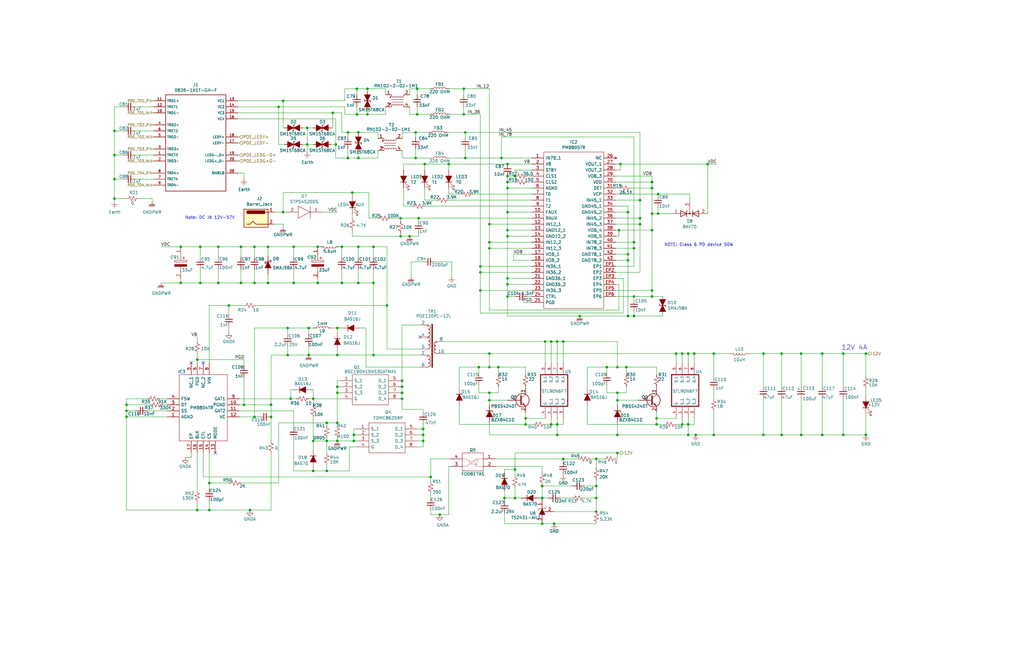
<source format=kicad_sch>
(kicad_sch (version 20200828) (generator eeschema)
  (page 3 6)
  (paper "USLedger")
  (title_block (title "AP2100-power-proto") (date "2020-10-06") (rev "1") (company "ISis ImageStream Internet Solutions, Inc."))
  (junction (at 48.26 55.245) (diameter 0.9144))
  (junction (at 48.26 65.405) (diameter 0.9144))
  (junction (at 48.26 75.565) (diameter 0.9144))
  (junction (at 48.26 83.82) (diameter 0.9144))
  (junction (at 53.34 170.815) (diameter 0.9144))
  (junction (at 53.34 173.355) (diameter 0.9144))
  (junction (at 53.34 175.895) (diameter 0.9144))
  (junction (at 76.2 104.14) (diameter 0.9144))
  (junction (at 76.2 119.38) (diameter 0.9144))
  (junction (at 83.185 151.765) (diameter 0.9144))
  (junction (at 83.185 215.265) (diameter 0.9144))
  (junction (at 84.455 104.14) (diameter 0.9144))
  (junction (at 84.455 119.38) (diameter 0.9144))
  (junction (at 88.265 203.835) (diameter 0.9144))
  (junction (at 88.265 215.265) (diameter 0.9144))
  (junction (at 92.075 104.14) (diameter 0.9144))
  (junction (at 92.075 119.38) (diameter 0.9144))
  (junction (at 96.52 128.905) (diameter 0.9144))
  (junction (at 101.6 104.14) (diameter 0.9144))
  (junction (at 101.6 119.38) (diameter 0.9144))
  (junction (at 102.87 170.815) (diameter 0.9144))
  (junction (at 105.41 215.265) (diameter 0.9144))
  (junction (at 107.315 104.14) (diameter 0.9144))
  (junction (at 107.315 119.38) (diameter 0.9144))
  (junction (at 107.315 175.895) (diameter 0.9144))
  (junction (at 113.03 104.14) (diameter 0.9144))
  (junction (at 113.03 119.38) (diameter 0.9144))
  (junction (at 114.3 170.815) (diameter 0.9144))
  (junction (at 114.3 175.895) (diameter 0.9144))
  (junction (at 117.475 45.085) (diameter 0.9144))
  (junction (at 119.38 42.545) (diameter 0.9144))
  (junction (at 119.38 89.535) (diameter 0.9144))
  (junction (at 121.285 138.43) (diameter 0.9144))
  (junction (at 121.285 149.86) (diameter 0.9144))
  (junction (at 122.555 168.275) (diameter 0.9144))
  (junction (at 123.825 104.14) (diameter 0.9144))
  (junction (at 123.825 119.38) (diameter 0.9144))
  (junction (at 129.54 53.975) (diameter 0.9144))
  (junction (at 129.54 60.96) (diameter 0.9144))
  (junction (at 130.175 138.43) (diameter 0.9144))
  (junction (at 130.175 149.86) (diameter 0.9144))
  (junction (at 132.08 168.275) (diameter 0.9144))
  (junction (at 132.08 186.055) (diameter 0.9144))
  (junction (at 132.08 198.755) (diameter 0.9144))
  (junction (at 133.985 104.14) (diameter 0.9144))
  (junction (at 133.985 119.38) (diameter 0.9144))
  (junction (at 137.795 178.435) (diameter 0.9144))
  (junction (at 137.795 186.055) (diameter 0.9144))
  (junction (at 137.795 198.755) (diameter 0.9144))
  (junction (at 140.335 47.625) (diameter 0.9144))
  (junction (at 141.605 60.96) (diameter 0.9144))
  (junction (at 142.24 138.43) (diameter 0.9144))
  (junction (at 142.24 149.86) (diameter 0.9144))
  (junction (at 142.24 163.195) (diameter 0.9144))
  (junction (at 142.24 165.735) (diameter 0.9144))
  (junction (at 142.24 178.435) (diameter 0.9144))
  (junction (at 142.24 186.055) (diameter 0.9144))
  (junction (at 144.145 104.14) (diameter 0.9144))
  (junction (at 144.145 119.38) (diameter 0.9144))
  (junction (at 146.685 55.88) (diameter 0.9144))
  (junction (at 146.685 66.675) (diameter 0.9144))
  (junction (at 148.59 81.28) (diameter 0.9144))
  (junction (at 149.225 183.515) (diameter 0.9144))
  (junction (at 149.225 186.055) (diameter 0.9144))
  (junction (at 150.495 37.465) (diameter 0.9144))
  (junction (at 150.495 48.26) (diameter 0.9144))
  (junction (at 151.13 55.88) (diameter 0.9144))
  (junction (at 151.13 66.675) (diameter 0.9144))
  (junction (at 151.13 104.14) (diameter 0.9144))
  (junction (at 151.13 119.38) (diameter 0.9144))
  (junction (at 154.94 37.465) (diameter 0.9144))
  (junction (at 154.94 48.26) (diameter 0.9144))
  (junction (at 157.48 104.14) (diameter 0.9144))
  (junction (at 157.48 119.38) (diameter 0.9144))
  (junction (at 157.48 149.86) (diameter 0.9144))
  (junction (at 163.195 128.905) (diameter 0.9144))
  (junction (at 168.91 92.075) (diameter 0.9144))
  (junction (at 168.91 99.695) (diameter 0.9144))
  (junction (at 169.545 160.655) (diameter 0.9144))
  (junction (at 169.545 163.195) (diameter 0.9144))
  (junction (at 169.545 165.735) (diameter 0.9144))
  (junction (at 169.545 168.275) (diameter 0.9144))
  (junction (at 172.72 99.695) (diameter 0.9144))
  (junction (at 175.26 55.88) (diameter 0.9144))
  (junction (at 175.26 66.675) (diameter 0.9144))
  (junction (at 175.895 37.465) (diameter 0.9144))
  (junction (at 175.895 48.26) (diameter 0.9144))
  (junction (at 176.53 92.075) (diameter 0.9144))
  (junction (at 178.435 180.975) (diameter 0.9144))
  (junction (at 178.435 183.515) (diameter 0.9144))
  (junction (at 178.435 186.055) (diameter 0.9144))
  (junction (at 179.07 69.215) (diameter 0.9144))
  (junction (at 181.61 201.295) (diameter 0.9144))
  (junction (at 185.42 217.17) (diameter 0.9144))
  (junction (at 189.23 69.215) (diameter 0.9144))
  (junction (at 195.58 37.465) (diameter 0.9144))
  (junction (at 195.58 48.26) (diameter 0.9144))
  (junction (at 196.215 55.88) (diameter 0.9144))
  (junction (at 196.215 66.675) (diameter 0.9144))
  (junction (at 201.93 154.94) (diameter 0.9144))
  (junction (at 202.565 112.395) (diameter 0.9144))
  (junction (at 202.565 114.935) (diameter 0.9144))
  (junction (at 202.565 122.555) (diameter 0.9144))
  (junction (at 206.375 94.615) (diameter 0.9144))
  (junction (at 206.375 102.235) (diameter 0.9144))
  (junction (at 206.375 104.775) (diameter 0.9144))
  (junction (at 206.375 149.225) (diameter 0.9144))
  (junction (at 206.375 154.94) (diameter 0.9144))
  (junction (at 206.375 165.735) (diameter 0.9144))
  (junction (at 206.375 168.91) (diameter 0.9144))
  (junction (at 210.185 154.94) (diameter 0.9144))
  (junction (at 211.455 66.675) (diameter 0.9144))
  (junction (at 212.725 210.185) (diameter 0.9144))
  (junction (at 213.995 69.215) (diameter 0.9144))
  (junction (at 213.995 74.295) (diameter 0.9144))
  (junction (at 213.995 76.835) (diameter 0.9144))
  (junction (at 213.995 79.375) (diameter 0.9144))
  (junction (at 213.995 89.535) (diameter 0.9144))
  (junction (at 213.995 97.155) (diameter 0.9144))
  (junction (at 213.995 99.695) (diameter 0.9144))
  (junction (at 213.995 117.475) (diameter 0.9144))
  (junction (at 213.995 120.015) (diameter 0.9144))
  (junction (at 213.995 125.095) (diameter 0.9144))
  (junction (at 217.17 74.295) (diameter 0.9144))
  (junction (at 217.17 198.12) (diameter 0.9144))
  (junction (at 217.17 210.185) (diameter 0.9144))
  (junction (at 221.615 176.53) (diameter 0.9144))
  (junction (at 221.615 179.07) (diameter 0.9144))
  (junction (at 228.6 205.105) (diameter 0.9144))
  (junction (at 228.6 210.185) (diameter 0.9144))
  (junction (at 228.6 220.98) (diameter 0.9144))
  (junction (at 229.87 144.145) (diameter 0.9144))
  (junction (at 232.41 144.145) (diameter 0.9144))
  (junction (at 232.41 179.07) (diameter 0.9144))
  (junction (at 233.68 220.98) (diameter 0.9144))
  (junction (at 234.95 144.145) (diameter 0.9144))
  (junction (at 234.95 179.07) (diameter 0.9144))
  (junction (at 234.95 183.515) (diameter 0.9144))
  (junction (at 237.49 144.145) (diameter 0.9144))
  (junction (at 237.49 193.675) (diameter 0.9144))
  (junction (at 244.475 133.35) (diameter 0.9144))
  (junction (at 251.46 193.675) (diameter 0.9144))
  (junction (at 251.46 205.105) (diameter 0.9144))
  (junction (at 251.46 210.185) (diameter 0.9144))
  (junction (at 251.46 215.9) (diameter 0.9144))
  (junction (at 255.905 154.94) (diameter 0.9144))
  (junction (at 260.35 154.94) (diameter 0.9144))
  (junction (at 260.35 165.735) (diameter 0.9144))
  (junction (at 260.35 168.91) (diameter 0.9144))
  (junction (at 260.35 183.515) (diameter 0.9144))
  (junction (at 260.35 191.135) (diameter 0.9144))
  (junction (at 260.985 97.155) (diameter 0.9144))
  (junction (at 261.62 69.215) (diameter 0.9144))
  (junction (at 264.16 154.94) (diameter 0.9144))
  (junction (at 264.795 89.535) (diameter 0.9144))
  (junction (at 264.795 107.315) (diameter 0.9144))
  (junction (at 264.795 109.855) (diameter 0.9144))
  (junction (at 264.795 133.35) (diameter 0.9144))
  (junction (at 267.335 102.235) (diameter 0.9144))
  (junction (at 267.335 104.775) (diameter 0.9144))
  (junction (at 267.335 125.095) (diameter 0.9144))
  (junction (at 267.335 133.35) (diameter 0.9144))
  (junction (at 269.875 84.455) (diameter 0.9144))
  (junction (at 269.875 92.075) (diameter 0.9144))
  (junction (at 269.875 94.615) (diameter 0.9144))
  (junction (at 274.955 76.835) (diameter 0.9144))
  (junction (at 274.955 79.375) (diameter 0.9144))
  (junction (at 274.955 90.17) (diameter 0.9144))
  (junction (at 274.955 97.155) (diameter 0.9144))
  (junction (at 274.955 122.555) (diameter 0.9144))
  (junction (at 274.955 125.095) (diameter 0.9144))
  (junction (at 276.86 176.53) (diameter 0.9144))
  (junction (at 276.86 179.07) (diameter 0.9144))
  (junction (at 277.495 81.915) (diameter 0.9144))
  (junction (at 277.495 90.17) (diameter 0.9144))
  (junction (at 285.115 149.225) (diameter 0.9144))
  (junction (at 287.655 149.225) (diameter 0.9144))
  (junction (at 287.655 179.07) (diameter 0.9144))
  (junction (at 290.195 149.225) (diameter 0.9144))
  (junction (at 290.195 179.07) (diameter 0.9144))
  (junction (at 290.195 183.515) (diameter 0.9144))
  (junction (at 292.735 149.225) (diameter 0.9144))
  (junction (at 293.37 183.515) (diameter 0.9144))
  (junction (at 298.45 69.215) (diameter 0.9144))
  (junction (at 300.99 149.225) (diameter 0.9144))
  (junction (at 300.99 183.515) (diameter 0.9144))
  (junction (at 321.945 149.225) (diameter 0.9144))
  (junction (at 321.945 183.515) (diameter 0.9144))
  (junction (at 329.565 149.225) (diameter 0.9144))
  (junction (at 329.565 183.515) (diameter 0.9144))
  (junction (at 337.82 149.225) (diameter 0.9144))
  (junction (at 337.82 183.515) (diameter 0.9144))
  (junction (at 346.71 149.225) (diameter 0.9144))
  (junction (at 346.71 183.515) (diameter 0.9144))
  (junction (at 355.6 149.225) (diameter 0.9144))
  (junction (at 355.6 183.515) (diameter 0.9144))
  (junction (at 365.125 149.225) (diameter 0.9144))
  (junction (at 365.125 183.515) (diameter 0.9144))
  (no_connect (at 85.725 153.035))
  (no_connect (at 177.165 142.24))
  (no_connect (at 80.645 153.035))
  (no_connect (at 90.805 191.135))
  (wire (pts (xy 48.26 45.085) (xy 52.07 45.085)))
  (wire (pts (xy 48.26 55.245) (xy 48.26 45.085)))
  (wire (pts (xy 48.26 55.245) (xy 52.07 55.245)))
  (wire (pts (xy 48.26 65.405) (xy 48.26 55.245)))
  (wire (pts (xy 48.26 65.405) (xy 52.07 65.405)))
  (wire (pts (xy 48.26 75.565) (xy 48.26 65.405)))
  (wire (pts (xy 48.26 75.565) (xy 48.26 83.82)))
  (wire (pts (xy 48.26 83.82) (xy 48.26 85.09)))
  (wire (pts (xy 48.26 83.82) (xy 53.34 83.82)))
  (wire (pts (xy 52.07 75.565) (xy 48.26 75.565)))
  (wire (pts (xy 53.34 168.275) (xy 53.34 170.815)))
  (wire (pts (xy 53.34 168.275) (xy 62.23 168.275)))
  (wire (pts (xy 53.34 170.815) (xy 53.34 173.355)))
  (wire (pts (xy 53.34 170.815) (xy 63.5 170.815)))
  (wire (pts (xy 53.34 173.355) (xy 53.34 175.895)))
  (wire (pts (xy 53.34 173.355) (xy 57.15 173.355)))
  (wire (pts (xy 53.34 175.895) (xy 53.34 215.265)))
  (wire (pts (xy 53.34 215.265) (xy 83.185 215.265)))
  (wire (pts (xy 57.15 45.085) (xy 64.77 45.085)))
  (wire (pts (xy 57.15 55.245) (xy 64.77 55.245)))
  (wire (pts (xy 57.15 65.405) (xy 64.77 65.405)))
  (wire (pts (xy 57.15 75.565) (xy 64.77 75.565)))
  (wire (pts (xy 58.42 83.82) (xy 64.135 83.82)))
  (wire (pts (xy 62.23 173.355) (xy 70.485 173.355)))
  (wire (pts (xy 64.135 42.545) (xy 64.77 42.545)))
  (wire (pts (xy 64.135 47.625) (xy 64.77 47.625)))
  (wire (pts (xy 64.135 52.705) (xy 64.77 52.705)))
  (wire (pts (xy 64.135 62.865) (xy 64.77 62.865)))
  (wire (pts (xy 64.135 67.945) (xy 64.77 67.945)))
  (wire (pts (xy 64.135 73.025) (xy 64.77 73.025)))
  (wire (pts (xy 64.135 83.82) (xy 64.135 85.09)))
  (wire (pts (xy 64.77 57.785) (xy 64.135 57.785)))
  (wire (pts (xy 64.77 78.105) (xy 64.135 78.105)))
  (wire (pts (xy 67.31 168.275) (xy 70.485 168.275)))
  (wire (pts (xy 67.945 104.14) (xy 76.2 104.14)))
  (wire (pts (xy 68.58 170.815) (xy 70.485 170.815)))
  (wire (pts (xy 70.485 175.895) (xy 53.34 175.895)))
  (wire (pts (xy 76.2 104.14) (xy 76.2 104.775)))
  (wire (pts (xy 76.2 104.14) (xy 84.455 104.14)))
  (wire (pts (xy 76.2 117.475) (xy 76.2 119.38)))
  (wire (pts (xy 76.2 119.38) (xy 67.945 119.38)))
  (wire (pts (xy 76.2 119.38) (xy 84.455 119.38)))
  (wire (pts (xy 78.105 193.04) (xy 80.645 193.04)))
  (wire (pts (xy 80.645 193.04) (xy 80.645 191.135)))
  (wire (pts (xy 83.185 144.145) (xy 83.185 142.24)))
  (wire (pts (xy 83.185 149.225) (xy 83.185 151.765)))
  (wire (pts (xy 83.185 151.765) (xy 83.185 153.035)))
  (wire (pts (xy 83.185 151.765) (xy 102.87 151.765)))
  (wire (pts (xy 83.185 191.135) (xy 83.185 207.01)))
  (wire (pts (xy 83.185 212.09) (xy 83.185 215.265)))
  (wire (pts (xy 83.185 215.265) (xy 88.265 215.265)))
  (wire (pts (xy 84.455 104.14) (xy 84.455 108.585)))
  (wire (pts (xy 84.455 104.14) (xy 92.075 104.14)))
  (wire (pts (xy 84.455 119.38) (xy 84.455 113.665)))
  (wire (pts (xy 84.455 119.38) (xy 92.075 119.38)))
  (wire (pts (xy 85.725 201.295) (xy 85.725 191.135)))
  (wire (pts (xy 88.265 128.905) (xy 88.265 153.035)))
  (wire (pts (xy 88.265 128.905) (xy 96.52 128.905)))
  (wire (pts (xy 88.265 191.135) (xy 88.265 203.835)))
  (wire (pts (xy 88.265 203.835) (xy 88.265 206.375)))
  (wire (pts (xy 88.265 203.835) (xy 96.52 203.835)))
  (wire (pts (xy 88.265 211.455) (xy 88.265 215.265)))
  (wire (pts (xy 88.265 215.265) (xy 105.41 215.265)))
  (wire (pts (xy 92.075 104.14) (xy 92.075 108.585)))
  (wire (pts (xy 92.075 104.14) (xy 101.6 104.14)))
  (wire (pts (xy 92.075 119.38) (xy 92.075 113.665)))
  (wire (pts (xy 92.075 119.38) (xy 101.6 119.38)))
  (wire (pts (xy 96.52 128.905) (xy 96.52 132.715)))
  (wire (pts (xy 96.52 128.905) (xy 102.87 128.905)))
  (wire (pts (xy 96.52 137.795) (xy 96.52 140.335)))
  (wire (pts (xy 100.33 42.545) (xy 119.38 42.545)))
  (wire (pts (xy 100.33 45.085) (xy 117.475 45.085)))
  (wire (pts (xy 100.33 47.625) (xy 140.335 47.625)))
  (wire (pts (xy 100.33 50.165) (xy 141.605 50.165)))
  (wire (pts (xy 100.33 57.785) (xy 100.965 57.785)))
  (wire (pts (xy 100.33 60.325) (xy 100.965 60.325)))
  (wire (pts (xy 100.33 65.405) (xy 100.965 65.405)))
  (wire (pts (xy 100.33 67.945) (xy 100.965 67.945)))
  (wire (pts (xy 100.33 73.025) (xy 102.87 73.025)))
  (wire (pts (xy 100.965 168.275) (xy 122.555 168.275)))
  (wire (pts (xy 100.965 170.815) (xy 102.87 170.815)))
  (wire (pts (xy 100.965 173.355) (xy 123.825 173.355)))
  (wire (pts (xy 100.965 175.895) (xy 107.315 175.895)))
  (wire (pts (xy 101.6 104.14) (xy 101.6 108.585)))
  (wire (pts (xy 101.6 104.14) (xy 107.315 104.14)))
  (wire (pts (xy 101.6 113.665) (xy 101.6 119.38)))
  (wire (pts (xy 101.6 203.835) (xy 117.475 203.835)))
  (wire (pts (xy 102.87 73.025) (xy 102.87 75.565)))
  (wire (pts (xy 102.87 151.765) (xy 102.87 154.305)))
  (wire (pts (xy 102.87 159.385) (xy 102.87 170.815)))
  (wire (pts (xy 102.87 170.815) (xy 114.3 170.815)))
  (wire (pts (xy 105.41 215.265) (xy 114.3 215.265)))
  (wire (pts (xy 107.315 104.14) (xy 107.315 108.585)))
  (wire (pts (xy 107.315 104.14) (xy 113.03 104.14)))
  (wire (pts (xy 107.315 113.665) (xy 107.315 119.38)))
  (wire (pts (xy 107.315 119.38) (xy 101.6 119.38)))
  (wire (pts (xy 107.315 119.38) (xy 113.03 119.38)))
  (wire (pts (xy 107.315 138.43) (xy 121.285 138.43)))
  (wire (pts (xy 107.315 175.895) (xy 107.315 138.43)))
  (wire (pts (xy 107.315 175.895) (xy 109.22 175.895)))
  (wire (pts (xy 107.95 128.905) (xy 163.195 128.905)))
  (wire (pts (xy 113.03 104.14) (xy 113.03 107.95)))
  (wire (pts (xy 113.03 104.14) (xy 123.825 104.14)))
  (wire (pts (xy 113.03 115.57) (xy 113.03 119.38)))
  (wire (pts (xy 114.3 149.86) (xy 114.3 170.815)))
  (wire (pts (xy 114.3 175.895) (xy 114.3 170.815)))
  (wire (pts (xy 114.3 175.895) (xy 114.3 186.055)))
  (wire (pts (xy 114.3 191.135) (xy 114.3 215.265)))
  (wire (pts (xy 115.57 89.535) (xy 119.38 89.535)))
  (wire (pts (xy 115.57 94.615) (xy 119.38 94.615)))
  (wire (pts (xy 117.475 45.085) (xy 145.415 45.085)))
  (wire (pts (xy 117.475 60.96) (xy 117.475 45.085)))
  (wire (pts (xy 117.475 178.435) (xy 117.475 203.835)))
  (wire (pts (xy 119.38 42.545) (xy 145.415 42.545)))
  (wire (pts (xy 119.38 53.975) (xy 119.38 42.545)))
  (wire (pts (xy 119.38 81.28) (xy 119.38 89.535)))
  (wire (pts (xy 119.38 81.28) (xy 148.59 81.28)))
  (wire (pts (xy 119.38 89.535) (xy 120.65 89.535)))
  (wire (pts (xy 119.38 94.615) (xy 119.38 95.885)))
  (wire (pts (xy 120.015 53.975) (xy 119.38 53.975)))
  (wire (pts (xy 120.015 60.96) (xy 117.475 60.96)))
  (wire (pts (xy 121.285 138.43) (xy 121.285 140.97)))
  (wire (pts (xy 121.285 146.05) (xy 121.285 149.86)))
  (wire (pts (xy 121.285 149.86) (xy 114.3 149.86)))
  (wire (pts (xy 121.285 149.86) (xy 130.175 149.86)))
  (wire (pts (xy 122.555 164.465) (xy 122.555 168.275)))
  (wire (pts (xy 122.555 168.275) (xy 125.095 168.275)))
  (wire (pts (xy 123.825 104.14) (xy 123.825 108.585)))
  (wire (pts (xy 123.825 104.14) (xy 133.985 104.14)))
  (wire (pts (xy 123.825 113.665) (xy 123.825 119.38)))
  (wire (pts (xy 123.825 119.38) (xy 113.03 119.38)))
  (wire (pts (xy 123.825 119.38) (xy 133.985 119.38)))
  (wire (pts (xy 123.825 164.465) (xy 122.555 164.465)))
  (wire (pts (xy 123.825 173.355) (xy 123.825 180.34)))
  (wire (pts (xy 123.825 185.42) (xy 123.825 198.755)))
  (wire (pts (xy 127.635 53.975) (xy 129.54 53.975)))
  (wire (pts (xy 127.635 60.96) (xy 129.54 60.96)))
  (wire (pts (xy 129.54 53.975) (xy 129.54 60.96)))
  (wire (pts (xy 129.54 53.975) (xy 132.08 53.975)))
  (wire (pts (xy 129.54 60.96) (xy 129.54 64.135)))
  (wire (pts (xy 129.54 60.96) (xy 132.08 60.96)))
  (wire (pts (xy 130.175 138.43) (xy 121.285 138.43)))
  (wire (pts (xy 130.175 138.43) (xy 130.175 140.97)))
  (wire (pts (xy 130.175 146.05) (xy 130.175 149.86)))
  (wire (pts (xy 130.175 149.86) (xy 142.24 149.86)))
  (wire (pts (xy 130.175 168.275) (xy 132.08 168.275)))
  (wire (pts (xy 131.445 164.465) (xy 132.08 164.465)))
  (wire (pts (xy 132.08 138.43) (xy 130.175 138.43)))
  (wire (pts (xy 132.08 164.465) (xy 132.08 168.275)))
  (wire (pts (xy 132.08 168.275) (xy 132.08 170.815)))
  (wire (pts (xy 132.08 168.275) (xy 143.51 168.275)))
  (wire (pts (xy 132.08 175.895) (xy 132.08 186.055)))
  (wire (pts (xy 132.08 186.055) (xy 132.08 189.865)))
  (wire (pts (xy 132.08 186.055) (xy 137.795 186.055)))
  (wire (pts (xy 132.08 197.485) (xy 132.08 198.755)))
  (wire (pts (xy 132.08 198.755) (xy 123.825 198.755)))
  (wire (pts (xy 133.985 104.14) (xy 133.985 104.775)))
  (wire (pts (xy 133.985 104.14) (xy 135.255 104.14)))
  (wire (pts (xy 133.985 119.38) (xy 133.985 117.475)))
  (wire (pts (xy 135.89 89.535) (xy 142.24 89.535)))
  (wire (pts (xy 137.795 178.435) (xy 117.475 178.435)))
  (wire (pts (xy 137.795 178.435) (xy 137.795 179.705)))
  (wire (pts (xy 137.795 178.435) (xy 142.24 178.435)))
  (wire (pts (xy 137.795 184.785) (xy 137.795 186.055)))
  (wire (pts (xy 137.795 186.055) (xy 142.24 186.055)))
  (wire (pts (xy 137.795 191.135) (xy 137.795 186.055)))
  (wire (pts (xy 137.795 196.215) (xy 137.795 198.755)))
  (wire (pts (xy 137.795 198.755) (xy 132.08 198.755)))
  (wire (pts (xy 139.7 53.975) (xy 140.335 53.975)))
  (wire (pts (xy 139.7 138.43) (xy 142.24 138.43)))
  (wire (pts (xy 140.335 47.625) (xy 144.145 47.625)))
  (wire (pts (xy 140.335 53.975) (xy 140.335 47.625)))
  (wire (pts (xy 141.605 60.96) (xy 139.7 60.96)))
  (wire (pts (xy 141.605 60.96) (xy 141.605 50.165)))
  (wire (pts (xy 141.605 60.96) (xy 141.605 66.675)))
  (wire (pts (xy 141.605 66.675) (xy 146.685 66.675)))
  (wire (pts (xy 142.24 138.43) (xy 142.24 140.335)))
  (wire (pts (xy 142.24 149.86) (xy 142.24 147.955)))
  (wire (pts (xy 142.24 160.655) (xy 142.24 163.195)))
  (wire (pts (xy 142.24 160.655) (xy 143.51 160.655)))
  (wire (pts (xy 142.24 163.195) (xy 142.24 165.735)))
  (wire (pts (xy 142.24 163.195) (xy 143.51 163.195)))
  (wire (pts (xy 142.24 165.735) (xy 142.24 178.435)))
  (wire (pts (xy 142.24 165.735) (xy 143.51 165.735)))
  (wire (pts (xy 142.24 178.435) (xy 142.24 179.705)))
  (wire (pts (xy 142.24 184.785) (xy 142.24 186.055)))
  (wire (pts (xy 142.24 186.055) (xy 149.225 186.055)))
  (wire (pts (xy 142.875 104.14) (xy 144.145 104.14)))
  (wire (pts (xy 144.145 47.625) (xy 144.145 55.88)))
  (wire (pts (xy 144.145 55.88) (xy 146.685 55.88)))
  (wire (pts (xy 144.145 104.14) (xy 144.145 108.585)))
  (wire (pts (xy 144.145 104.14) (xy 151.13 104.14)))
  (wire (pts (xy 144.145 113.665) (xy 144.145 119.38)))
  (wire (pts (xy 144.145 119.38) (xy 133.985 119.38)))
  (wire (pts (xy 144.145 119.38) (xy 151.13 119.38)))
  (wire (pts (xy 144.145 138.43) (xy 142.24 138.43)))
  (wire (pts (xy 145.415 37.465) (xy 150.495 37.465)))
  (wire (pts (xy 145.415 42.545) (xy 145.415 37.465)))
  (wire (pts (xy 145.415 45.085) (xy 145.415 48.26)))
  (wire (pts (xy 145.415 48.26) (xy 150.495 48.26)))
  (wire (pts (xy 146.685 55.88) (xy 151.13 55.88)))
  (wire (pts (xy 146.685 57.785) (xy 146.685 55.88)))
  (wire (pts (xy 146.685 62.865) (xy 146.685 66.675)))
  (wire (pts (xy 146.685 66.675) (xy 151.13 66.675)))
  (wire (pts (xy 147.32 188.595) (xy 147.32 198.755)))
  (wire (pts (xy 147.32 198.755) (xy 137.795 198.755)))
  (wire (pts (xy 148.59 81.28) (xy 148.59 82.55)))
  (wire (pts (xy 148.59 81.28) (xy 155.575 81.28)))
  (wire (pts (xy 148.59 90.17) (xy 148.59 92.075)))
  (wire (pts (xy 148.59 97.155) (xy 148.59 99.695)))
  (wire (pts (xy 148.59 99.695) (xy 168.91 99.695)))
  (wire (pts (xy 149.225 180.975) (xy 149.225 183.515)))
  (wire (pts (xy 149.225 183.515) (xy 149.225 186.055)))
  (wire (pts (xy 149.225 186.055) (xy 150.495 186.055)))
  (wire (pts (xy 150.495 37.465) (xy 154.94 37.465)))
  (wire (pts (xy 150.495 40.005) (xy 150.495 37.465)))
  (wire (pts (xy 150.495 45.085) (xy 150.495 48.26)))
  (wire (pts (xy 150.495 48.26) (xy 154.94 48.26)))
  (wire (pts (xy 150.495 180.975) (xy 149.225 180.975)))
  (wire (pts (xy 150.495 183.515) (xy 149.225 183.515)))
  (wire (pts (xy 150.495 188.595) (xy 147.32 188.595)))
  (wire (pts (xy 151.13 55.88) (xy 151.13 56.515)))
  (wire (pts (xy 151.13 55.88) (xy 159.385 55.88)))
  (wire (pts (xy 151.13 66.675) (xy 151.13 64.135)))
  (wire (pts (xy 151.13 66.675) (xy 159.385 66.675)))
  (wire (pts (xy 151.13 104.14) (xy 151.13 108.585)))
  (wire (pts (xy 151.13 104.14) (xy 157.48 104.14)))
  (wire (pts (xy 151.13 119.38) (xy 151.13 113.665)))
  (wire (pts (xy 151.13 119.38) (xy 157.48 119.38)))
  (wire (pts (xy 154.305 138.43) (xy 151.765 138.43)))
  (wire (pts (xy 154.305 154.94) (xy 154.305 138.43)))
  (wire (pts (xy 154.94 37.465) (xy 154.94 38.735)))
  (wire (pts (xy 154.94 37.465) (xy 162.56 37.465)))
  (wire (pts (xy 154.94 48.26) (xy 154.94 46.355)))
  (wire (pts (xy 155.575 81.28) (xy 155.575 92.075)))
  (wire (pts (xy 155.575 92.075) (xy 159.385 92.075)))
  (wire (pts (xy 157.48 104.14) (xy 157.48 108.585)))
  (wire (pts (xy 157.48 104.14) (xy 163.195 104.14)))
  (wire (pts (xy 157.48 119.38) (xy 157.48 113.665)))
  (wire (pts (xy 157.48 119.38) (xy 157.48 149.86)))
  (wire (pts (xy 157.48 149.86) (xy 142.24 149.86)))
  (wire (pts (xy 157.48 149.86) (xy 177.165 149.86)))
  (wire (pts (xy 159.385 55.88) (xy 159.385 58.42)))
  (wire (pts (xy 159.385 63.5) (xy 159.385 66.675)))
  (wire (pts (xy 162.56 37.465) (xy 162.56 40.005)))
  (wire (pts (xy 162.56 45.085) (xy 162.56 48.26)))
  (wire (pts (xy 162.56 48.26) (xy 154.94 48.26)))
  (wire (pts (xy 163.195 104.14) (xy 163.195 128.905)))
  (wire (pts (xy 163.195 128.905) (xy 163.195 147.32)))
  (wire (pts (xy 163.195 147.32) (xy 177.165 147.32)))
  (wire (pts (xy 164.465 92.075) (xy 168.91 92.075)))
  (wire (pts (xy 168.91 92.075) (xy 176.53 92.075)))
  (wire (pts (xy 168.91 93.345) (xy 168.91 92.075)))
  (wire (pts (xy 168.91 98.425) (xy 168.91 99.695)))
  (wire (pts (xy 168.91 99.695) (xy 172.72 99.695)))
  (wire (pts (xy 168.91 163.195) (xy 169.545 163.195)))
  (wire (pts (xy 168.91 165.735) (xy 169.545 165.735)))
  (wire (pts (xy 169.545 55.88) (xy 175.26 55.88)))
  (wire (pts (xy 169.545 58.42) (xy 169.545 55.88)))
  (wire (pts (xy 169.545 63.5) (xy 169.545 66.675)))
  (wire (pts (xy 169.545 66.675) (xy 175.26 66.675)))
  (wire (pts (xy 169.545 137.16) (xy 169.545 160.655)))
  (wire (pts (xy 169.545 137.16) (xy 177.165 137.16)))
  (wire (pts (xy 169.545 160.655) (xy 168.91 160.655)))
  (wire (pts (xy 169.545 160.655) (xy 169.545 163.195)))
  (wire (pts (xy 169.545 163.195) (xy 169.545 165.735)))
  (wire (pts (xy 169.545 165.735) (xy 169.545 168.275)))
  (wire (pts (xy 169.545 168.275) (xy 168.91 168.275)))
  (wire (pts (xy 169.545 168.275) (xy 169.545 172.72)))
  (wire (pts (xy 169.545 172.72) (xy 178.435 172.72)))
  (wire (pts (xy 170.18 69.215) (xy 179.07 69.215)))
  (wire (pts (xy 170.18 71.755) (xy 170.18 69.215)))
  (wire (pts (xy 170.18 79.375) (xy 170.18 86.995)))
  (wire (pts (xy 170.18 86.995) (xy 173.99 86.995)))
  (wire (pts (xy 172.72 37.465) (xy 175.895 37.465)))
  (wire (pts (xy 172.72 40.005) (xy 172.72 37.465)))
  (wire (pts (xy 172.72 45.085) (xy 172.72 48.26)))
  (wire (pts (xy 172.72 48.26) (xy 175.895 48.26)))
  (wire (pts (xy 173.355 110.49) (xy 173.355 116.84)))
  (wire (pts (xy 175.26 55.88) (xy 175.26 57.785)))
  (wire (pts (xy 175.26 55.88) (xy 180.975 55.88)))
  (wire (pts (xy 175.26 62.865) (xy 175.26 66.675)))
  (wire (pts (xy 175.26 66.675) (xy 181.61 66.675)))
  (wire (pts (xy 175.895 37.465) (xy 175.895 40.005)))
  (wire (pts (xy 175.895 37.465) (xy 181.61 37.465)))
  (wire (pts (xy 175.895 45.085) (xy 175.895 48.26)))
  (wire (pts (xy 175.895 48.26) (xy 181.61 48.26)))
  (wire (pts (xy 175.895 180.975) (xy 178.435 180.975)))
  (wire (pts (xy 175.895 183.515) (xy 178.435 183.515)))
  (wire (pts (xy 175.895 186.055) (xy 178.435 186.055)))
  (wire (pts (xy 176.53 92.075) (xy 176.53 93.345)))
  (wire (pts (xy 176.53 92.075) (xy 224.155 92.075)))
  (wire (pts (xy 176.53 98.425) (xy 176.53 99.695)))
  (wire (pts (xy 176.53 99.695) (xy 172.72 99.695)))
  (wire (pts (xy 177.165 154.94) (xy 154.305 154.94)))
  (wire (pts (xy 178.435 110.49) (xy 173.355 110.49)))
  (wire (pts (xy 178.435 172.72) (xy 178.435 173.99)))
  (wire (pts (xy 178.435 179.07) (xy 178.435 180.975)))
  (wire (pts (xy 178.435 180.975) (xy 178.435 183.515)))
  (wire (pts (xy 178.435 183.515) (xy 178.435 186.055)))
  (wire (pts (xy 178.435 186.055) (xy 178.435 188.595)))
  (wire (pts (xy 178.435 188.595) (xy 175.895 188.595)))
  (wire (pts (xy 179.07 69.215) (xy 179.07 71.755)))
  (wire (pts (xy 179.07 79.375) (xy 179.07 84.455)))
  (wire (pts (xy 179.07 84.455) (xy 184.15 84.455)))
  (wire (pts (xy 179.07 86.995) (xy 224.155 86.995)))
  (wire (pts (xy 181.61 193.675) (xy 181.61 201.295)))
  (wire (pts (xy 181.61 193.675) (xy 189.865 193.675)))
  (wire (pts (xy 181.61 201.295) (xy 85.725 201.295)))
  (wire (pts (xy 181.61 201.295) (xy 181.61 203.2)))
  (wire (pts (xy 181.61 208.28) (xy 181.61 210.185)))
  (wire (pts (xy 181.61 217.17) (xy 181.61 215.265)))
  (wire (pts (xy 181.61 217.17) (xy 185.42 217.17)))
  (wire (pts (xy 183.515 110.49) (xy 190.5 110.49)))
  (wire (pts (xy 187.325 144.145) (xy 229.87 144.145)))
  (wire (pts (xy 187.325 149.225) (xy 206.375 149.225)))
  (wire (pts (xy 188.595 55.88) (xy 196.215 55.88)))
  (wire (pts (xy 189.23 37.465) (xy 195.58 37.465)))
  (wire (pts (xy 189.23 48.26) (xy 195.58 48.26)))
  (wire (pts (xy 189.23 66.675) (xy 196.215 66.675)))
  (wire (pts (xy 189.23 69.215) (xy 179.07 69.215)))
  (wire (pts (xy 189.23 71.755) (xy 189.23 69.215)))
  (wire (pts (xy 189.23 79.375) (xy 189.23 81.915)))
  (wire (pts (xy 189.23 81.915) (xy 194.31 81.915)))
  (wire (pts (xy 189.23 84.455) (xy 224.155 84.455)))
  (wire (pts (xy 189.23 196.85) (xy 189.23 217.17)))
  (wire (pts (xy 189.23 217.17) (xy 185.42 217.17)))
  (wire (pts (xy 189.865 196.85) (xy 189.23 196.85)))
  (wire (pts (xy 190.5 110.49) (xy 190.5 116.84)))
  (wire (pts (xy 193.675 154.94) (xy 201.93 154.94)))
  (wire (pts (xy 193.675 163.83) (xy 193.675 154.94)))
  (wire (pts (xy 193.675 179.07) (xy 193.675 171.45)))
  (wire (pts (xy 195.58 37.465) (xy 195.58 40.005)))
  (wire (pts (xy 195.58 48.26) (xy 195.58 45.085)))
  (wire (pts (xy 196.215 55.88) (xy 196.215 57.785)))
  (wire (pts (xy 196.215 55.88) (xy 269.875 55.88)))
  (wire (pts (xy 196.215 66.675) (xy 196.215 62.865)))
  (wire (pts (xy 201.93 154.94) (xy 201.93 157.48)))
  (wire (pts (xy 201.93 154.94) (xy 206.375 154.94)))
  (wire (pts (xy 201.93 165.735) (xy 201.93 162.56)))
  (wire (pts (xy 201.93 165.735) (xy 206.375 165.735)))
  (wire (pts (xy 202.565 48.26) (xy 195.58 48.26)))
  (wire (pts (xy 202.565 112.395) (xy 202.565 48.26)))
  (wire (pts (xy 202.565 112.395) (xy 202.565 114.935)))
  (wire (pts (xy 202.565 114.935) (xy 224.155 114.935)))
  (wire (pts (xy 202.565 122.555) (xy 202.565 114.935)))
  (wire (pts (xy 202.565 132.08) (xy 202.565 122.555)))
  (wire (pts (xy 206.375 37.465) (xy 195.58 37.465)))
  (wire (pts (xy 206.375 94.615) (xy 206.375 37.465)))
  (wire (pts (xy 206.375 102.235) (xy 206.375 94.615)))
  (wire (pts (xy 206.375 104.775) (xy 206.375 102.235)))
  (wire (pts (xy 206.375 130.81) (xy 206.375 104.775)))
  (wire (pts (xy 206.375 130.81) (xy 260.985 130.81)))
  (wire (pts (xy 206.375 149.225) (xy 206.375 154.94)))
  (wire (pts (xy 206.375 149.225) (xy 285.115 149.225)))
  (wire (pts (xy 206.375 154.94) (xy 210.185 154.94)))
  (wire (pts (xy 206.375 165.735) (xy 206.375 168.91)))
  (wire (pts (xy 206.375 165.735) (xy 210.185 165.735)))
  (wire (pts (xy 206.375 168.91) (xy 206.375 170.815)))
  (wire (pts (xy 206.375 168.91) (xy 213.995 168.91)))
  (wire (pts (xy 206.375 178.435) (xy 206.375 183.515)))
  (wire (pts (xy 206.375 183.515) (xy 234.95 183.515)))
  (wire (pts (xy 208.915 193.675) (xy 237.49 193.675)))
  (wire (pts (xy 208.915 196.85) (xy 228.6 196.85)))
  (wire (pts (xy 210.185 154.94) (xy 210.185 158.115)))
  (wire (pts (xy 210.185 154.94) (xy 221.615 154.94)))
  (wire (pts (xy 210.185 163.195) (xy 210.185 165.735)))
  (wire (pts (xy 211.455 57.785) (xy 267.335 57.785)))
  (wire (pts (xy 211.455 66.675) (xy 196.215 66.675)))
  (wire (pts (xy 211.455 66.675) (xy 211.455 57.785)))
  (wire (pts (xy 212.725 198.12) (xy 217.17 198.12)))
  (wire (pts (xy 212.725 199.39) (xy 212.725 198.12)))
  (wire (pts (xy 212.725 207.01) (xy 212.725 210.185)))
  (wire (pts (xy 212.725 210.185) (xy 212.725 211.455)))
  (wire (pts (xy 212.725 210.185) (xy 217.17 210.185)))
  (wire (pts (xy 212.725 216.535) (xy 212.725 220.98)))
  (wire (pts (xy 212.725 220.98) (xy 228.6 220.98)))
  (wire (pts (xy 213.995 69.215) (xy 189.23 69.215)))
  (wire (pts (xy 213.995 69.215) (xy 224.155 69.215)))
  (wire (pts (xy 213.995 74.295) (xy 213.995 76.835)))
  (wire (pts (xy 213.995 76.835) (xy 213.995 79.375)))
  (wire (pts (xy 213.995 79.375) (xy 213.995 89.535)))
  (wire (pts (xy 213.995 79.375) (xy 224.155 79.375)))
  (wire (pts (xy 213.995 89.535) (xy 213.995 97.155)))
  (wire (pts (xy 213.995 89.535) (xy 224.155 89.535)))
  (wire (pts (xy 213.995 97.155) (xy 213.995 99.695)))
  (wire (pts (xy 213.995 99.695) (xy 213.995 117.475)))
  (wire (pts (xy 213.995 117.475) (xy 213.995 120.015)))
  (wire (pts (xy 213.995 120.015) (xy 213.995 125.095)))
  (wire (pts (xy 213.995 125.095) (xy 213.995 133.35)))
  (wire (pts (xy 213.995 125.095) (xy 217.17 125.095)))
  (wire (pts (xy 213.995 133.35) (xy 244.475 133.35)))
  (wire (pts (xy 216.535 107.315) (xy 216.535 109.855)))
  (wire (pts (xy 216.535 109.855) (xy 224.155 109.855)))
  (wire (pts (xy 217.17 71.755) (xy 217.17 74.295)))
  (wire (pts (xy 217.17 71.755) (xy 224.155 71.755)))
  (wire (pts (xy 217.17 74.295) (xy 213.995 74.295)))
  (wire (pts (xy 217.17 76.835) (xy 213.995 76.835)))
  (wire (pts (xy 217.17 191.135) (xy 217.17 198.12)))
  (wire (pts (xy 217.17 191.135) (xy 260.35 191.135)))
  (wire (pts (xy 217.17 200.66) (xy 217.17 198.12)))
  (wire (pts (xy 217.17 205.74) (xy 217.17 210.185)))
  (wire (pts (xy 217.17 210.185) (xy 219.71 210.185)))
  (wire (pts (xy 220.345 127.635) (xy 224.155 127.635)))
  (wire (pts (xy 221.615 154.94) (xy 221.615 158.115)))
  (wire (pts (xy 221.615 163.195) (xy 221.615 163.83)))
  (wire (pts (xy 221.615 173.99) (xy 221.615 176.53)))
  (wire (pts (xy 221.615 176.53) (xy 221.615 179.07)))
  (wire (pts (xy 221.615 176.53) (xy 229.87 176.53)))
  (wire (pts (xy 221.615 179.07) (xy 193.675 179.07)))
  (wire (pts (xy 221.615 179.07) (xy 224.79 179.07)))
  (wire (pts (xy 222.25 74.295) (xy 224.155 74.295)))
  (wire (pts (xy 222.25 76.835) (xy 224.155 76.835)))
  (wire (pts (xy 222.25 125.095) (xy 224.155 125.095)))
  (wire (pts (xy 224.155 66.675) (xy 211.455 66.675)))
  (wire (pts (xy 224.155 81.915) (xy 199.39 81.915)))
  (wire (pts (xy 224.155 94.615) (xy 206.375 94.615)))
  (wire (pts (xy 224.155 97.155) (xy 213.995 97.155)))
  (wire (pts (xy 224.155 99.695) (xy 213.995 99.695)))
  (wire (pts (xy 224.155 102.235) (xy 206.375 102.235)))
  (wire (pts (xy 224.155 104.775) (xy 206.375 104.775)))
  (wire (pts (xy 224.155 107.315) (xy 216.535 107.315)))
  (wire (pts (xy 224.155 112.395) (xy 202.565 112.395)))
  (wire (pts (xy 224.155 117.475) (xy 213.995 117.475)))
  (wire (pts (xy 224.155 120.015) (xy 213.995 120.015)))
  (wire (pts (xy 224.155 122.555) (xy 202.565 122.555)))
  (wire (pts (xy 227.33 210.185) (xy 228.6 210.185)))
  (wire (pts (xy 228.6 199.39) (xy 228.6 196.85)))
  (wire (pts (xy 228.6 204.47) (xy 228.6 205.105)))
  (wire (pts (xy 228.6 205.105) (xy 228.6 210.185)))
  (wire (pts (xy 228.6 210.185) (xy 228.6 210.82)))
  (wire (pts (xy 228.6 210.185) (xy 231.14 210.185)))
  (wire (pts (xy 228.6 220.98) (xy 233.68 220.98)))
  (wire (pts (xy 229.87 144.145) (xy 229.87 153.035)))
  (wire (pts (xy 229.87 144.145) (xy 232.41 144.145)))
  (wire (pts (xy 229.87 179.07) (xy 232.41 179.07)))
  (wire (pts (xy 232.41 144.145) (xy 232.41 153.035)))
  (wire (pts (xy 232.41 144.145) (xy 234.95 144.145)))
  (wire (pts (xy 232.41 176.53) (xy 232.41 179.07)))
  (wire (pts (xy 232.41 179.07) (xy 234.95 179.07)))
  (wire (pts (xy 233.68 215.9) (xy 251.46 215.9)))
  (wire (pts (xy 233.68 220.98) (xy 251.46 220.98)))
  (wire (pts (xy 234.95 144.145) (xy 234.95 153.035)))
  (wire (pts (xy 234.95 144.145) (xy 237.49 144.145)))
  (wire (pts (xy 234.95 179.07) (xy 234.95 176.53)))
  (wire (pts (xy 234.95 179.07) (xy 234.95 183.515)))
  (wire (pts (xy 234.95 179.07) (xy 237.49 179.07)))
  (wire (pts (xy 234.95 183.515) (xy 260.35 183.515)))
  (wire (pts (xy 236.22 210.185) (xy 241.3 210.185)))
  (wire (pts (xy 237.49 144.145) (xy 237.49 153.035)))
  (wire (pts (xy 237.49 144.145) (xy 260.35 144.145)))
  (wire (pts (xy 237.49 179.07) (xy 237.49 176.53)))
  (wire (pts (xy 237.49 193.675) (xy 243.84 193.675)))
  (wire (pts (xy 237.49 194.945) (xy 237.49 193.675)))
  (wire (pts (xy 237.49 200.025) (xy 237.49 200.66)))
  (wire (pts (xy 241.3 205.105) (xy 228.6 205.105)))
  (wire (pts (xy 244.475 133.35) (xy 264.795 133.35)))
  (wire (pts (xy 246.38 205.105) (xy 251.46 205.105)))
  (wire (pts (xy 246.38 210.185) (xy 251.46 210.185)))
  (wire (pts (xy 247.65 154.94) (xy 255.905 154.94)))
  (wire (pts (xy 247.65 163.83) (xy 247.65 154.94)))
  (wire (pts (xy 247.65 179.07) (xy 247.65 171.45)))
  (wire (pts (xy 248.92 193.675) (xy 251.46 193.675)))
  (wire (pts (xy 251.46 193.675) (xy 251.46 197.485)))
  (wire (pts (xy 251.46 193.675) (xy 254.635 193.675)))
  (wire (pts (xy 251.46 202.565) (xy 251.46 205.105)))
  (wire (pts (xy 251.46 210.185) (xy 251.46 205.105)))
  (wire (pts (xy 251.46 210.185) (xy 251.46 215.9)))
  (wire (pts (xy 255.905 154.94) (xy 255.905 157.48)))
  (wire (pts (xy 255.905 154.94) (xy 260.35 154.94)))
  (wire (pts (xy 255.905 165.735) (xy 255.905 162.56)))
  (wire (pts (xy 255.905 165.735) (xy 260.35 165.735)))
  (wire (pts (xy 259.715 69.215) (xy 261.62 69.215)))
  (wire (pts (xy 259.715 71.755) (xy 261.62 71.755)))
  (wire (pts (xy 259.715 74.295) (xy 274.955 74.295)))
  (wire (pts (xy 259.715 76.835) (xy 274.955 76.835)))
  (wire (pts (xy 259.715 79.375) (xy 260.985 79.375)))
  (wire (pts (xy 259.715 81.915) (xy 277.495 81.915)))
  (wire (pts (xy 259.715 86.995) (xy 264.795 86.995)))
  (wire (pts (xy 259.715 89.535) (xy 264.795 89.535)))
  (wire (pts (xy 259.715 92.075) (xy 269.875 92.075)))
  (wire (pts (xy 259.715 94.615) (xy 269.875 94.615)))
  (wire (pts (xy 259.715 99.695) (xy 260.985 99.695)))
  (wire (pts (xy 259.715 107.315) (xy 264.795 107.315)))
  (wire (pts (xy 259.715 109.855) (xy 264.795 109.855)))
  (wire (pts (xy 259.715 112.395) (xy 267.335 112.395)))
  (wire (pts (xy 259.715 114.935) (xy 269.875 114.935)))
  (wire (pts (xy 259.715 117.475) (xy 262.89 117.475)))
  (wire (pts (xy 259.715 120.015) (xy 260.985 120.015)))
  (wire (pts (xy 259.715 122.555) (xy 274.955 122.555)))
  (wire (pts (xy 259.715 125.095) (xy 267.335 125.095)))
  (wire (pts (xy 260.35 144.145) (xy 260.35 154.94)))
  (wire (pts (xy 260.35 154.94) (xy 264.16 154.94)))
  (wire (pts (xy 260.35 165.735) (xy 260.35 168.91)))
  (wire (pts (xy 260.35 165.735) (xy 264.16 165.735)))
  (wire (pts (xy 260.35 168.91) (xy 260.35 170.815)))
  (wire (pts (xy 260.35 168.91) (xy 269.24 168.91)))
  (wire (pts (xy 260.35 178.435) (xy 260.35 183.515)))
  (wire (pts (xy 260.35 183.515) (xy 290.195 183.515)))
  (wire (pts (xy 260.35 191.135) (xy 260.35 193.675)))
  (wire (pts (xy 260.35 191.135) (xy 261.62 191.135)))
  (wire (pts (xy 260.35 193.675) (xy 259.715 193.675)))
  (wire (pts (xy 260.985 97.155) (xy 259.715 97.155)))
  (wire (pts (xy 260.985 99.695) (xy 260.985 97.155)))
  (wire (pts (xy 260.985 120.015) (xy 260.985 130.81)))
  (wire (pts (xy 261.62 69.215) (xy 298.45 69.215)))
  (wire (pts (xy 261.62 71.755) (xy 261.62 69.215)))
  (wire (pts (xy 262.89 117.475) (xy 262.89 132.08)))
  (wire (pts (xy 262.89 132.08) (xy 202.565 132.08)))
  (wire (pts (xy 264.16 154.94) (xy 264.16 158.115)))
  (wire (pts (xy 264.16 154.94) (xy 276.86 154.94)))
  (wire (pts (xy 264.16 163.195) (xy 264.16 165.735)))
  (wire (pts (xy 264.795 86.995) (xy 264.795 89.535)))
  (wire (pts (xy 264.795 89.535) (xy 264.795 107.315)))
  (wire (pts (xy 264.795 107.315) (xy 264.795 109.855)))
  (wire (pts (xy 264.795 109.855) (xy 264.795 133.35)))
  (wire (pts (xy 264.795 133.35) (xy 267.335 133.35)))
  (wire (pts (xy 266.065 79.375) (xy 274.955 79.375)))
  (wire (pts (xy 267.335 57.785) (xy 267.335 102.235)))
  (wire (pts (xy 267.335 102.235) (xy 259.715 102.235)))
  (wire (pts (xy 267.335 102.235) (xy 267.335 104.775)))
  (wire (pts (xy 267.335 104.775) (xy 259.715 104.775)))
  (wire (pts (xy 267.335 112.395) (xy 267.335 104.775)))
  (wire (pts (xy 267.335 125.095) (xy 267.335 126.365)))
  (wire (pts (xy 267.335 125.095) (xy 274.955 125.095)))
  (wire (pts (xy 267.335 133.35) (xy 267.335 131.445)))
  (wire (pts (xy 267.335 133.35) (xy 279.4 133.35)))
  (wire (pts (xy 269.875 55.88) (xy 269.875 84.455)))
  (wire (pts (xy 269.875 84.455) (xy 259.715 84.455)))
  (wire (pts (xy 269.875 92.075) (xy 269.875 84.455)))
  (wire (pts (xy 269.875 94.615) (xy 269.875 92.075)))
  (wire (pts (xy 269.875 114.935) (xy 269.875 94.615)))
  (wire (pts (xy 274.955 74.295) (xy 274.955 76.835)))
  (wire (pts (xy 274.955 76.835) (xy 274.955 79.375)))
  (wire (pts (xy 274.955 79.375) (xy 274.955 90.17)))
  (wire (pts (xy 274.955 90.17) (xy 274.955 97.155)))
  (wire (pts (xy 274.955 97.155) (xy 260.985 97.155)))
  (wire (pts (xy 274.955 122.555) (xy 274.955 97.155)))
  (wire (pts (xy 274.955 125.095) (xy 274.955 122.555)))
  (wire (pts (xy 274.955 125.095) (xy 279.4 125.095)))
  (wire (pts (xy 276.86 154.94) (xy 276.86 158.115)))
  (wire (pts (xy 276.86 163.195) (xy 276.86 163.83)))
  (wire (pts (xy 276.86 173.99) (xy 276.86 176.53)))
  (wire (pts (xy 276.86 176.53) (xy 276.86 179.07)))
  (wire (pts (xy 276.86 176.53) (xy 285.115 176.53)))
  (wire (pts (xy 276.86 179.07) (xy 247.65 179.07)))
  (wire (pts (xy 276.86 179.07) (xy 280.035 179.07)))
  (wire (pts (xy 277.495 81.915) (xy 290.83 81.915)))
  (wire (pts (xy 277.495 82.55) (xy 277.495 81.915)))
  (wire (pts (xy 277.495 87.63) (xy 277.495 90.17)))
  (wire (pts (xy 277.495 90.17) (xy 274.955 90.17)))
  (wire (pts (xy 279.4 133.35) (xy 279.4 132.715)))
  (wire (pts (xy 283.21 90.17) (xy 277.495 90.17)))
  (wire (pts (xy 285.115 149.225) (xy 285.115 153.035)))
  (wire (pts (xy 285.115 149.225) (xy 287.655 149.225)))
  (wire (pts (xy 285.115 179.07) (xy 287.655 179.07)))
  (wire (pts (xy 287.655 149.225) (xy 287.655 153.035)))
  (wire (pts (xy 287.655 149.225) (xy 290.195 149.225)))
  (wire (pts (xy 287.655 176.53) (xy 287.655 179.07)))
  (wire (pts (xy 287.655 179.07) (xy 290.195 179.07)))
  (wire (pts (xy 290.195 149.225) (xy 290.195 153.035)))
  (wire (pts (xy 290.195 149.225) (xy 292.735 149.225)))
  (wire (pts (xy 290.195 179.07) (xy 290.195 176.53)))
  (wire (pts (xy 290.195 179.07) (xy 290.195 183.515)))
  (wire (pts (xy 290.195 179.07) (xy 292.735 179.07)))
  (wire (pts (xy 290.195 183.515) (xy 293.37 183.515)))
  (wire (pts (xy 290.83 81.915) (xy 290.83 85.09)))
  (wire (pts (xy 292.735 149.225) (xy 292.735 153.035)))
  (wire (pts (xy 292.735 149.225) (xy 300.99 149.225)))
  (wire (pts (xy 292.735 179.07) (xy 292.735 176.53)))
  (wire (pts (xy 293.37 183.515) (xy 300.99 183.515)))
  (wire (pts (xy 298.45 69.215) (xy 302.26 69.215)))
  (wire (pts (xy 298.45 90.17) (xy 298.45 69.215)))
  (wire (pts (xy 300.99 149.225) (xy 307.975 149.225)))
  (wire (pts (xy 300.99 159.385) (xy 300.99 149.225)))
  (wire (pts (xy 300.99 164.465) (xy 300.99 168.275)))
  (wire (pts (xy 300.99 173.355) (xy 300.99 183.515)))
  (wire (pts (xy 300.99 183.515) (xy 321.945 183.515)))
  (wire (pts (xy 315.595 149.225) (xy 321.945 149.225)))
  (wire (pts (xy 321.945 149.225) (xy 321.945 163.195)))
  (wire (pts (xy 321.945 149.225) (xy 329.565 149.225)))
  (wire (pts (xy 321.945 168.275) (xy 321.945 183.515)))
  (wire (pts (xy 321.945 183.515) (xy 329.565 183.515)))
  (wire (pts (xy 329.565 149.225) (xy 329.565 163.195)))
  (wire (pts (xy 329.565 149.225) (xy 337.82 149.225)))
  (wire (pts (xy 329.565 168.275) (xy 329.565 183.515)))
  (wire (pts (xy 329.565 183.515) (xy 337.82 183.515)))
  (wire (pts (xy 337.82 149.225) (xy 337.82 163.195)))
  (wire (pts (xy 337.82 149.225) (xy 346.71 149.225)))
  (wire (pts (xy 337.82 168.275) (xy 337.82 183.515)))
  (wire (pts (xy 337.82 183.515) (xy 346.71 183.515)))
  (wire (pts (xy 346.71 149.225) (xy 346.71 163.195)))
  (wire (pts (xy 346.71 149.225) (xy 355.6 149.225)))
  (wire (pts (xy 346.71 168.275) (xy 346.71 183.515)))
  (wire (pts (xy 346.71 183.515) (xy 355.6 183.515)))
  (wire (pts (xy 355.6 149.225) (xy 355.6 163.195)))
  (wire (pts (xy 355.6 149.225) (xy 365.125 149.225)))
  (wire (pts (xy 355.6 168.275) (xy 355.6 183.515)))
  (wire (pts (xy 355.6 183.515) (xy 365.125 183.515)))
  (wire (pts (xy 365.125 149.225) (xy 365.125 158.75)))
  (wire (pts (xy 365.125 149.225) (xy 366.395 149.225)))
  (wire (pts (xy 365.125 163.83) (xy 365.125 167.005)))
  (wire (pts (xy 365.125 174.625) (xy 365.125 183.515)))
  (text "Note: DC IN 12V-57V" (at 99.06 92.71 180) (effects (font (size 1.27 1.27)) (justify right bottom)))
  (text "NOTE: Class 6 PD device 50W" (at 309.245 104.14 180) (effects (font (size 1.27 1.27)) (justify right bottom)))
  (text "12V 4A" (at 365.76 147.955 180) (effects (font (size 2.0066 2.0066)) (justify right bottom)))
  (label "VDC" (at 67.945 104.14 0))
  (label "VB" (at 83.185 142.24 180))
  (label "PGD" (at 99.06 151.765 0))
  (label "VDC" (at 142.24 89.535 180))
  (label "IN_36" (at 202.565 48.26 180))
  (label "IN_12" (at 206.375 37.465 180))
  (label "IN_45" (at 215.9 55.88 180))
  (label "IN_78" (at 215.9 57.785 180))
  (label "VOB" (at 216.535 107.315 0))
  (label "PGD" (at 220.345 127.635 0))
  (label "VB" (at 220.98 69.215 0))
  (label "VOB" (at 274.955 74.295 180))
  (label "VDC" (at 302.26 69.215 180))
  (hierarchical_label "POE_TD1_P" (shape bidirectional) (at 64.135 42.545 180) (effects (font (size 1.0922 1.0922))))
  (hierarchical_label "POE_TD1_N" (shape bidirectional) (at 64.135 47.625 180) (effects (font (size 1.0922 1.0922))))
  (hierarchical_label "POE_TD2_P" (shape bidirectional) (at 64.135 52.705 180) (effects (font (size 1.0922 1.0922))))
  (hierarchical_label "POE_TD2_N" (shape bidirectional) (at 64.135 57.785 180) (effects (font (size 1.0922 1.0922))))
  (hierarchical_label "POE_TD3_P" (shape bidirectional) (at 64.135 62.865 180) (effects (font (size 1.0922 1.0922))))
  (hierarchical_label "POE_TD3_N" (shape bidirectional) (at 64.135 67.945 180) (effects (font (size 1.0922 1.0922))))
  (hierarchical_label "POE_TD4_P" (shape bidirectional) (at 64.135 73.025 180) (effects (font (size 1.0922 1.0922))))
  (hierarchical_label "POE_TD4_N" (shape bidirectional) (at 64.135 78.105 180) (effects (font (size 1.0922 1.0922))))
  (hierarchical_label "POE_LEDY+" (shape input) (at 100.965 57.785 0))
  (hierarchical_label "POE_LEDY-" (shape input) (at 100.965 60.325 0))
  (hierarchical_label "POE_LEDG-O+" (shape input) (at 100.965 65.405 0))
  (hierarchical_label "POE_LEDG+O-" (shape input) (at 100.965 67.945 0))
  (hierarchical_label "12V" (shape output) (at 261.62 191.135 0))
  (hierarchical_label "12V" (shape output) (at 366.395 149.225 0))
  (symbol (lib_id "power:GNDPWR") (at 64.135 85.09 0) (unit 1)
    (property "Reference" "#PWR050" (effects hide))
    (property "Value" "GNDPWR" (at 64.135 89.535 0))
  )
  (symbol (lib_id "power:GNDPWR") (at 67.945 119.38 0) (unit 1)
    (property "Reference" "#PWR055" (effects hide))
    (property "Value" "GNDPWR" (at 68.072 123.7742 0))
  )
  (symbol (lib_id "power:GNDPWR") (at 119.38 95.885 0) (unit 1)
    (property "Reference" "#PWR051" (effects hide))
    (property "Value" "GNDPWR" (at 119.38 99.06 0))
  )
  (symbol (lib_id "power:GNDPWR") (at 130.175 149.86 0) (unit 1)
    (property "Reference" "#PWR058" (effects hide))
    (property "Value" "GNDPWR" (at 130.302 154.2542 0))
  )
  (symbol (lib_id "power:GNDPWR") (at 142.24 186.055 0) (unit 1)
    (property "Reference" "#PWR061" (effects hide))
    (property "Value" "GNDPWR" (at 142.24 189.23 0))
  )
  (symbol (lib_id "power:GNDPWR") (at 172.72 99.695 0) (unit 1)
    (property "Reference" "#PWR052" (effects hide))
    (property "Value" "GNDPWR" (at 172.72 102.87 0))
  )
  (symbol (lib_id "power:GNDPWR") (at 173.355 116.84 0) (unit 1)
    (property "Reference" "#PWR053" (effects hide))
    (property "Value" "GNDPWR" (at 173.355 120.015 0))
  )
  (symbol (lib_id "power:GNDPWR") (at 244.475 133.35 0) (unit 1)
    (property "Reference" "#PWR057" (effects hide))
    (property "Value" "GNDPWR" (at 244.475 136.525 0))
  )
  (symbol (lib_id "Device:L") (at 135.89 138.43 90) (unit 1)
    (property "Reference" "L9" (at 135.89 139.7 90))
    (property "Value" "1mH" (at 135.89 136.525 90))
    (property "Footprint" "Inductor_SMD:L_Coilcraft_LPS4018" (effects hide))
    (property "Datasheet" "https://www.mouser.com/ProductDetail/?qs=QQJxVsr8EGYQVKYzKNfYzw%3D%3D" (effects hide))
    (property "PartsBoxID" "LPS4018-105MRB" (effects hide))
  )
  (symbol (lib_name "Device:L_2") (lib_id "Device:L") (at 139.065 104.14 90) (mirror x) (unit 1)
    (property "Reference" "L8" (at 139.065 102.235 90))
    (property "Value" "5.6uH" (at 139.065 106.045 90))
    (property "Footprint" "Inductor_SMD:L_Coilcraft_XAL5030" (effects hide))
    (property "Datasheet" "https://www.mouser.com/datasheet/2/597/xal50xx-270657.pdf" (effects hide))
    (property "PartsBoxID" "XAL50-56-R" (effects hide))
    (property "Manufacturer_Name" "Wurth Elektronik" (effects hide))
    (property "Manufacturer_Part_Number" "7443631000" (effects hide))
    (property "Arrow Part Number" "7443631000" (effects hide))
    (property "Mouser Part Number" "710-7443631000" (effects hide))
    (property "Mouser Price/Stock" "https://www.mouser.co.uk/ProductDetail/Wurth-Elektronik/7443631000?qs=AXuZnX5ayYRd6J0whMsp0Q%3D%3D" (effects hide))
  )
  (symbol (lib_id "Device:L") (at 184.785 55.88 90) (unit 1)
    (property "Reference" "FB3" (at 184.785 53.975 90))
    (property "Value" "220 OHM" (at 184.785 57.15 90))
    (property "Footprint" "Inductor_SMD:L_0805_2012Metric" (effects hide))
    (property "PartsBoxID" "MPZ2012S221AT000" (effects hide))
  )
  (symbol (lib_id "Device:L") (at 185.42 37.465 90) (unit 1)
    (property "Reference" "FB1" (at 185.42 35.56 90))
    (property "Value" "220 OHM" (at 185.42 38.735 90))
    (property "Footprint" "Inductor_SMD:L_0805_2012Metric" (effects hide))
    (property "PartsBoxID" "MPZ2012S221AT000" (effects hide))
  )
  (symbol (lib_id "Device:L") (at 185.42 48.26 90) (unit 1)
    (property "Reference" "FB2" (at 185.42 46.355 90))
    (property "Value" "220 OHM" (at 185.42 49.53 90))
    (property "Footprint" "Inductor_SMD:L_0805_2012Metric" (effects hide))
    (property "PartsBoxID" "MPZ2012S221AT000" (effects hide))
  )
  (symbol (lib_id "Device:L") (at 185.42 66.675 90) (unit 1)
    (property "Reference" "FB4" (at 185.42 64.77 90))
    (property "Value" "220 OHM" (at 185.42 67.945 90))
    (property "Footprint" "Inductor_SMD:L_0805_2012Metric" (effects hide))
    (property "PartsBoxID" "MPZ2012S221AT000" (effects hide))
  )
  (symbol (lib_name "Device:L_1") (lib_id "7443631000:7443631000") (at 311.785 149.225 90) (mirror x) (unit 1)
    (property "Reference" "L10" (at 311.785 147.32 90))
    (property "Value" "10uH" (at 311.785 151.765 90))
    (property "Footprint" "LIB_7443631000:WE-HCF_201322" (effects hide))
    (property "Datasheet" "https://www.mouser.com/datasheet/2/445/7443631000-1721549.pdf" (effects hide))
    (property "PartsBoxID" "7443631000" (effects hide))
    (property "Manufacturer_Name" "Wurth Elektronik" (effects hide))
    (property "Manufacturer_Part_Number" "7443631000" (effects hide))
    (property "Arrow Part Number" "7443631000" (effects hide))
    (property "Mouser Part Number" "710-7443631000" (effects hide))
    (property "Mouser Price/Stock" "https://www.mouser.co.uk/ProductDetail/Wurth-Elektronik/7443631000?qs=AXuZnX5ayYRd6J0whMsp0Q%3D%3D" (effects hide))
  )
  (symbol (lib_id "power:Earth") (at 48.26 85.09 0) (unit 1)
    (property "Reference" "#PWR049" (effects hide))
    (property "Value" "Chassis" (at 48.387 89.4842 0))
  )
  (symbol (lib_id "power:GNDA") (at 78.105 193.04 0) (unit 1)
    (property "Reference" "#PWR062" (effects hide))
    (property "Value" "GNDA" (at 78.105 196.85 0))
  )
  (symbol (lib_id "power:GNDA") (at 96.52 140.335 0) (unit 1)
    (property "Reference" "#PWR0116" (effects hide))
    (property "Value" "GNDA" (at 96.52 144.145 0))
  )
  (symbol (lib_id "power:Earth") (at 102.87 75.565 0) (unit 1)
    (property "Reference" "#PWR048" (effects hide))
    (property "Value" "Chassis" (at 102.997 79.9592 0))
  )
  (symbol (lib_id "power:GNDA") (at 105.41 215.265 0) (unit 1)
    (property "Reference" "#PWR064" (effects hide))
    (property "Value" "GNDA" (at 105.41 219.075 0))
  )
  (symbol (lib_id "power:Earth") (at 129.54 64.135 0) (unit 1)
    (property "Reference" "#PWR047" (effects hide))
    (property "Value" "Chassis" (at 129.667 68.5292 0))
  )
  (symbol (lib_id "power:GNDA") (at 185.42 217.17 0) (unit 1)
    (property "Reference" "#PWR065" (effects hide))
    (property "Value" "GNDA" (at 186.69 221.615 0))
  )
  (symbol (lib_id "Scott:GND") (at 190.5 116.84 0) (unit 1)
    (property "Reference" "#PWR054" (effects hide))
    (property "Value" "GND" (at 190.5 120.65 0))
  )
  (symbol (lib_id "Scott:GND") (at 233.68 220.98 0) (unit 1)
    (property "Reference" "#PWR066" (effects hide))
    (property "Value" "GND" (at 233.68 224.155 0))
  )
  (symbol (lib_id "Scott:GND") (at 237.49 200.66 0) (unit 1)
    (property "Reference" "#PWR063" (effects hide))
    (property "Value" "GND" (at 237.49 203.835 0))
  )
  (symbol (lib_id "Scott:GND") (at 293.37 183.515 0) (unit 1)
    (property "Reference" "#PWR059" (effects hide))
    (property "Value" "GND" (at 293.37 187.325 0))
  )
  (symbol (lib_id "Scott:GND") (at 365.125 183.515 0) (unit 1)
    (property "Reference" "#PWR060" (effects hide))
    (property "Value" "GND" (at 365.125 187.325 0))
  )
  (symbol (lib_id "Device:R_Small_US") (at 55.88 83.82 270) (unit 1)
    (property "Reference" "R21" (at 54.483 81.28 90) (effects (justify left)))
    (property "Value" "0" (at 55.245 85.725 90) (effects (justify left)))
    (property "Footprint" "Resistor_SMD:R_2010_5025Metric" (effects hide))
    (property "PartsBoxID" "2010-0R-1%" (effects hide))
    (property "MPN" "-" (effects hide))
    (property "SPR" "-" (effects hide))
    (property "SPN" "-" (effects hide))
    (property "SPURL" "-" (effects hide))
  )
  (symbol (lib_id "Device:R_Small_US") (at 64.77 168.275 90) (unit 1)
    (property "Reference" "R35" (at 63.5 169.545 90) (effects (justify left)))
    (property "Value" "91K" (at 70.485 169.545 90) (effects (justify left)))
    (property "Footprint" "Resistor_SMD:R_0603_1608Metric" (effects hide))
    (property "PartsBoxID" "0603-91K-1%" (effects hide))
    (property "MPN" "-" (effects hide))
    (property "SPR" "-" (effects hide))
    (property "SPN" "-" (effects hide))
    (property "SPURL" "-" (effects hide))
  )
  (symbol (lib_id "Device:R_Small_US") (at 66.04 170.815 90) (unit 1)
    (property "Reference" "R37" (at 64.77 172.085 90) (effects (justify left)))
    (property "Value" "330K" (at 72.39 172.085 90) (effects (justify left)))
    (property "Footprint" "Resistor_SMD:R_0603_1608Metric" (effects hide))
    (property "PartsBoxID" "0603-330K-1%" (effects hide))
    (property "MPN" "-" (effects hide))
    (property "SPR" "-" (effects hide))
    (property "SPN" "-" (effects hide))
    (property "SPURL" "-" (effects hide))
  )
  (symbol (lib_id "Device:R_Small_US") (at 83.185 146.685 0) (unit 1)
    (property "Reference" "R28" (at 78.105 147.193 0) (effects (justify left)))
    (property "Value" "10K" (at 84.709 147.193 0) (effects (justify left)))
    (property "Footprint" "Resistor_SMD:R_0603_1608Metric" (effects hide))
    (property "PartsBoxID" "0603-10K-1%" (effects hide))
    (property "MPN" "-" (effects hide))
    (property "SPR" "-" (effects hide))
    (property "SPN" "-" (effects hide))
    (property "SPURL" "-" (effects hide))
  )
  (symbol (lib_id "Device:R_Small_US") (at 83.185 209.55 180) (unit 1)
    (property "Reference" "R52" (at 81.915 208.28 0) (effects (justify left)))
    (property "Value" "130K" (at 81.915 210.185 0) (effects (justify left)))
    (property "Footprint" "Resistor_SMD:R_0603_1608Metric" (effects hide))
    (property "PartsBoxID" "0603-130K-1%" (effects hide))
    (property "MPN" "-" (effects hide))
    (property "SPR" "-" (effects hide))
    (property "SPN" "-" (effects hide))
    (property "SPURL" "-" (effects hide))
  )
  (symbol (lib_id "Device:R_Small_US") (at 99.06 203.835 270) (unit 1)
    (property "Reference" "R50" (at 93.98 202.565 90) (effects (justify left)))
    (property "Value" "2K" (at 100.965 205.105 90) (effects (justify left)))
    (property "Footprint" "Resistor_SMD:R_0603_1608Metric" (effects hide))
    (property "PartsBoxID" "0603-2K-1%" (effects hide))
    (property "MPN" "-" (effects hide))
    (property "SPR" "Resistor_SMD:R_0603_1608Metric" (effects hide))
    (property "SPN" "330K" (effects hide))
  )
  (symbol (lib_id "Device:R_Small_US") (at 105.41 128.905 90) (unit 1)
    (property "Reference" "R24" (at 104.14 130.81 90) (effects (justify left)))
    (property "Value" "10" (at 109.22 130.81 90) (effects (justify left)))
    (property "Footprint" "Resistor_SMD:R_0805_2012Metric" (effects hide))
    (property "PartsBoxID" "0805-10R-1%" (effects hide))
    (property "MPN" "-" (effects hide))
    (property "SPR" "-" (effects hide))
    (property "SPN" "-" (effects hide))
    (property "SPURL" "-" (effects hide))
  )
  (symbol (lib_id "Device:R_Small_US") (at 114.3 188.595 0) (unit 1)
    (property "Reference" "R43" (at 109.22 189.103 0) (effects (justify left)))
    (property "Value" "0" (at 115.824 189.103 0) (effects (justify left)))
    (property "Footprint" "Resistor_SMD:R_1206_3216Metric" (effects hide))
    (property "PartsBoxID" "1206-0R-1%" (effects hide))
    (property "MPN" "-" (effects hide))
    (property "SPR" "-" (effects hide))
    (property "SPN" "-" (effects hide))
    (property "SPURL" "-" (effects hide))
  )
  (symbol (lib_id "Device:R_Small_US") (at 127.635 168.275 90) (unit 1)
    (property "Reference" "R36" (at 126.365 170.18 90) (effects (justify left)))
    (property "Value" "10" (at 131.445 170.18 90) (effects (justify left)))
    (property "Footprint" "Resistor_SMD:R_0805_2012Metric" (effects hide))
    (property "PartsBoxID" "0805-10R-1%" (effects hide))
    (property "MPN" "-" (effects hide))
    (property "SPR" "-" (effects hide))
    (property "SPN" "-" (effects hide))
    (property "SPURL" "-" (effects hide))
  )
  (symbol (lib_id "Device:R_Small_US") (at 132.08 173.355 180) (unit 1)
    (property "Reference" "R38" (at 135.763 171.069 0) (effects (justify left)))
    (property "Value" "10K" (at 136.398 174.879 0) (effects (justify left)))
    (property "Footprint" "Resistor_SMD:R_0805_2012Metric" (effects hide))
    (property "PartsBoxID" "0805-10K-1%" (effects hide))
    (property "MPN" "-" (effects hide))
    (property "SPR" "-" (effects hide))
    (property "SPN" "-" (effects hide))
    (property "SPURL" "-" (effects hide))
  )
  (symbol (lib_id "Device:R_Small_US") (at 137.795 182.245 180) (unit 1)
    (property "Reference" "R41" (at 137.16 179.705 0) (effects (justify left)))
    (property "Value" "0R05" (at 137.16 184.785 0) (effects (justify left)))
    (property "Footprint" "Resistor_SMD:R_1210_3225Metric" (effects hide))
    (property "PartsBoxID" "1210-0R05-1%" (effects hide))
    (property "MPN" "-" (effects hide))
    (property "SPR" "-" (effects hide))
    (property "SPN" "-" (effects hide))
    (property "SPURL" "-" (effects hide))
  )
  (symbol (lib_id "Device:R_Small_US") (at 137.795 193.675 0) (unit 1)
    (property "Reference" "R44" (at 139.065 193.04 0) (effects (justify left)))
    (property "Value" "10K" (at 139.065 194.945 0) (effects (justify left)))
    (property "Footprint" "Resistor_SMD:R_0603_1608Metric" (effects hide))
    (property "PartsBoxID" "0603-10K-1%" (effects hide))
    (property "MPN" "-" (effects hide))
    (property "SPR" "-" (effects hide))
    (property "SPN" "-" (effects hide))
    (property "SPURL" "-" (effects hide))
  )
  (symbol (lib_id "Device:R_Small_US") (at 142.24 182.245 180) (unit 1)
    (property "Reference" "R42" (at 146.05 179.705 0) (effects (justify left)))
    (property "Value" "R100" (at 147.32 184.15 0) (effects (justify left)))
    (property "Footprint" "Resistor_SMD:R_1210_3225Metric" (effects hide))
    (property "PartsBoxID" "1210-R100-1%" (effects hide))
    (property "MPN" "-" (effects hide))
    (property "SPR" "-" (effects hide))
    (property "SPN" "-" (effects hide))
    (property "SPURL" "-" (effects hide))
  )
  (symbol (lib_id "Device:R_Small_US") (at 148.59 94.615 0) (unit 1)
    (property "Reference" "R26" (at 143.51 95.123 0) (effects (justify left)))
    (property "Value" "4.7K" (at 150.114 95.123 0) (effects (justify left)))
    (property "Footprint" "Resistor_SMD:R_0603_1608Metric" (effects hide))
    (property "PartsBoxID" "0603-4.7K-1%" (effects hide))
    (property "MPN" "-" (effects hide))
    (property "SPR" "-" (effects hide))
    (property "SPN" "-" (effects hide))
    (property "SPURL" "-" (effects hide))
  )
  (symbol (lib_id "Device:R_Small_US") (at 161.925 92.075 270) (unit 1)
    (property "Reference" "R25" (at 156.718 91.059 90) (effects (justify left)))
    (property "Value" "100K" (at 163.322 91.059 90) (effects (justify left)))
    (property "Footprint" "Resistor_SMD:R_0603_1608Metric" (effects hide))
    (property "PartsBoxID" "0603-100K-1%" (effects hide))
    (property "MPN" "-" (effects hide))
    (property "SPR" "-" (effects hide))
    (property "SPN" "-" (effects hide))
    (property "SPURL" "-" (effects hide))
  )
  (symbol (lib_id "Device:R_Small_US") (at 168.91 95.885 0) (unit 1)
    (property "Reference" "R27" (at 164.084 95.885 0) (effects (justify left)))
    (property "Value" "10K" (at 169.926 95.885 0) (effects (justify left)))
    (property "Footprint" "Resistor_SMD:R_0603_1608Metric" (effects hide))
    (property "PartsBoxID" "0603-10K-1%" (effects hide))
    (property "MPN" "-" (effects hide))
    (property "SPR" "-" (effects hide))
    (property "SPN" "-" (effects hide))
    (property "SPURL" "-" (effects hide))
  )
  (symbol (lib_id "Device:R_Small_US") (at 176.53 86.995 270) (unit 1)
    (property "Reference" "R23" (at 171.45 85.725 90) (effects (justify left)))
    (property "Value" "3.9K" (at 177.8 85.725 90) (effects (justify left)))
    (property "Footprint" "Resistor_SMD:R_0603_1608Metric" (effects hide))
    (property "PartsBoxID" "0603-3.9K-1%" (effects hide))
    (property "MPN" "-" (effects hide))
    (property "SPR" "-" (effects hide))
    (property "SPN" "-" (effects hide))
    (property "SPURL" "-" (effects hide))
  )
  (symbol (lib_id "Device:R_Small_US") (at 181.61 205.74 0) (unit 1)
    (property "Reference" "R51" (at 182.245 203.2 0) (effects (justify left)))
    (property "Value" "390" (at 182.245 207.645 0) (effects (justify left)))
    (property "Footprint" "Resistor_SMD:R_0603_1608Metric" (effects hide))
    (property "PartsBoxID" "0603-390R-1%" (effects hide))
    (property "MPN" "-" (effects hide))
    (property "SPR" "-" (effects hide))
    (property "SPN" "-" (effects hide))
    (property "SPURL" "-" (effects hide))
  )
  (symbol (lib_id "Device:R_Small_US") (at 186.69 84.455 270) (unit 1)
    (property "Reference" "R22" (at 181.356 83.185 90) (effects (justify left)))
    (property "Value" "3.9K" (at 188.214 83.185 90) (effects (justify left)))
    (property "Footprint" "Resistor_SMD:R_0603_1608Metric" (effects hide))
    (property "PartsBoxID" "0603-3.9K-1%" (effects hide))
    (property "MPN" "-" (effects hide))
    (property "SPR" "-" (effects hide))
    (property "SPN" "-" (effects hide))
    (property "SPURL" "-" (effects hide))
  )
  (symbol (lib_id "Device:R_Small_US") (at 196.85 81.915 270) (unit 1)
    (property "Reference" "R20" (at 191.516 80.899 90) (effects (justify left)))
    (property "Value" "3.9K" (at 197.612 80.899 90) (effects (justify left)))
    (property "Footprint" "Resistor_SMD:R_0603_1608Metric" (effects hide))
    (property "PartsBoxID" "0603-3.9K-1%" (effects hide))
    (property "MPN" "-" (effects hide))
    (property "SPR" "-" (effects hide))
    (property "SPN" "-" (effects hide))
    (property "SPURL" "-" (effects hide))
  )
  (symbol (lib_id "Device:R_Small_US") (at 210.185 160.655 0) (unit 1)
    (property "Reference" "R32" (at 210.185 158.115 0) (effects (justify left)))
    (property "Value" "1K" (at 211.455 160.02 0) (effects (justify left)))
    (property "Footprint" "Resistor_SMD:R_0603_1608Metric" (effects hide))
    (property "PartsBoxID" "0603-1K-1%" (effects hide))
    (property "MPN" "-" (effects hide))
    (property "SPR" "-" (effects hide))
    (property "SPN" "-" (effects hide))
    (property "SPURL" "-" (effects hide))
  )
  (symbol (lib_id "Device:R_Small_US") (at 217.17 203.2 180) (unit 1)
    (property "Reference" "R49" (at 221.615 200.66 0) (effects (justify left)))
    (property "Value" "47K" (at 222.25 204.47 0) (effects (justify left)))
    (property "Footprint" "Resistor_SMD:R_0603_1608Metric" (effects hide))
    (property "PartsBoxID" "0603-47K-1%" (effects hide))
    (property "MPN" "-" (effects hide))
    (property "SPR" "-" (effects hide))
    (property "SPN" "-" (effects hide))
    (property "SPURL" "-" (effects hide))
  )
  (symbol (lib_id "Device:R_Small_US") (at 219.71 74.295 270) (unit 1)
    (property "Reference" "R17" (at 214.376 73.279 90) (effects (justify left)))
    (property "Value" "36.5" (at 220.472 73.279 90) (effects (justify left)))
    (property "Footprint" "Resistor_SMD:R_0805_2012Metric" (effects hide))
    (property "PartsBoxID" "0805-36.5R-1%" (effects hide))
    (property "MPN" "-" (effects hide))
    (property "SPR" "-" (effects hide))
    (property "SPN" "-" (effects hide))
    (property "SPURL" "-" (effects hide))
  )
  (symbol (lib_id "Device:R_Small_US") (at 219.71 76.835 270) (unit 1)
    (property "Reference" "R18" (at 214.376 75.819 90) (effects (justify left)))
    (property "Value" "150" (at 221.234 75.819 90) (effects (justify left)))
    (property "Footprint" "Resistor_SMD:R_0805_2012Metric" (effects hide))
    (property "PartsBoxID" "0805-150R-1%" (effects hide))
    (property "MPN" "-" (effects hide))
    (property "SPR" "-" (effects hide))
    (property "SPN" "-" (effects hide))
    (property "SPURL" "-" (effects hide))
  )
  (symbol (lib_id "Device:R_Small_US") (at 221.615 160.655 0) (unit 1)
    (property "Reference" "R33" (at 222.25 158.115 0) (effects (justify left)))
    (property "Value" "22" (at 222.885 160.02 0) (effects (justify left)))
    (property "Footprint" "Resistor_SMD:R_0603_1608Metric" (effects hide))
    (property "PartsBoxID" "0603-22R-1%" (effects hide))
    (property "MPN" "-" (effects hide))
    (property "SPR" "-" (effects hide))
    (property "SPN" "-" (effects hide))
    (property "SPURL" "-" (effects hide))
  )
  (symbol (lib_id "Device:R_Small_US") (at 227.33 179.07 270) (unit 1)
    (property "Reference" "R40" (at 222.631 180.213 90) (effects (justify left)))
    (property "Value" "10K" (at 229.108 180.213 90) (effects (justify left)))
    (property "Footprint" "Resistor_SMD:R_0603_1608Metric" (effects hide))
    (property "PartsBoxID" "0603-10K-1%" (effects hide))
    (property "MPN" "-" (effects hide))
    (property "SPR" "-" (effects hide))
    (property "SPN" "-" (effects hide))
    (property "SPURL" "-" (effects hide))
  )
  (symbol (lib_id "Device:R_Small_US") (at 228.6 201.93 180) (unit 1)
    (property "Reference" "R48" (at 233.045 200.66 0) (effects (justify left)))
    (property "Value" "2K" (at 232.41 203.2 0) (effects (justify left)))
    (property "Footprint" "Resistor_SMD:R_0603_1608Metric" (effects hide))
    (property "PartsBoxID" "0603-2K-1%" (effects hide))
    (property "MPN" "-" (effects hide))
    (property "SPR" "Resistor_SMD:R_0603_1608Metric" (effects hide))
    (property "SPN" "330K" (effects hide))
  )
  (symbol (lib_id "Device:R_Small_US") (at 243.84 210.185 270) (unit 1)
    (property "Reference" "R53" (at 239.395 211.455 90) (effects (justify left)))
    (property "Value" "4.7K" (at 245.11 211.455 90) (effects (justify left)))
    (property "Footprint" "Resistor_SMD:R_0603_1608Metric" (effects hide))
    (property "PartsBoxID" "0603-4.7K-1%" (effects hide))
    (property "MPN" "-" (effects hide))
    (property "SPR" "-" (effects hide))
    (property "SPN" "-" (effects hide))
    (property "SPURL" "-" (effects hide))
  )
  (symbol (lib_id "Device:R_Small_US") (at 246.38 193.675 270) (unit 1)
    (property "Reference" "R45" (at 240.665 192.405 90) (effects (justify left)))
    (property "Value" "0" (at 248.285 194.945 90) (effects (justify left)))
    (property "Footprint" "Resistor_SMD:R_0603_1608Metric" (effects hide))
    (property "PartsBoxID" "0603-0R-1%" (effects hide))
    (property "MPN" "-" (effects hide))
    (property "SPR" "-" (effects hide))
    (property "SPN" "-" (effects hide))
    (property "SPURL" "-" (effects hide))
  )
  (symbol (lib_id "Device:R_Small_US") (at 251.46 200.025 180) (unit 1)
    (property "Reference" "R47" (at 256.54 198.755 0) (effects (justify left)))
    (property "Value" "20K" (at 256.54 201.295 0) (effects (justify left)))
    (property "Footprint" "Resistor_SMD:R_0603_1608Metric" (effects hide))
    (property "PartsBoxID" "0603-20K-1%" (effects hide))
    (property "MPN" "-" (effects hide))
    (property "SPR" "-" (effects hide))
    (property "SPN" "-" (effects hide))
    (property "SPURL" "-" (effects hide))
  )
  (symbol (lib_id "Device:R_Small_US") (at 251.46 218.44 0) (unit 1)
    (property "Reference" "R54" (at 252.73 216.535 0) (effects (justify left)))
    (property "Value" "5.23K" (at 252.73 219.075 0) (effects (justify left)))
    (property "Footprint" "Resistor_SMD:R_0603_1608Metric" (effects hide))
    (property "PartsBoxID" "0603-5.23K-1%" (effects hide))
    (property "MPN" "-" (effects hide))
    (property "SPR" "-" (effects hide))
    (property "SPN" "-" (effects hide))
    (property "SPURL" "-" (effects hide))
  )
  (symbol (lib_id "Device:R_Small_US") (at 257.175 193.675 270) (unit 1)
    (property "Reference" "R46" (at 252.095 194.945 90) (effects (justify left)))
    (property "Value" "0" (at 259.08 194.945 90) (effects (justify left)))
    (property "Footprint" "Resistor_SMD:R_0603_1608Metric" (effects hide))
    (property "PartsBoxID" "0603-0R-1%" (effects hide))
    (property "MPN" "-" (effects hide))
    (property "SPR" "-" (effects hide))
    (property "SPN" "-" (effects hide))
    (property "SPURL" "-" (effects hide))
  )
  (symbol (lib_id "Device:R_Small_US") (at 263.525 79.375 270) (unit 1)
    (property "Reference" "R19" (at 258.318 78.359 90) (effects (justify left)))
    (property "Value" "26.1K" (at 261.112 81.153 90) (effects (justify left)))
    (property "Footprint" "Resistor_SMD:R_0603_1608Metric" (effects hide))
    (property "PartsBoxID" "0603-26.1K-1%" (effects hide))
    (property "MPN" "-" (effects hide))
    (property "SPR" "-" (effects hide))
    (property "SPN" "-" (effects hide))
    (property "SPURL" "-" (effects hide))
  )
  (symbol (lib_id "Device:R_Small_US") (at 264.16 160.655 0) (unit 1)
    (property "Reference" "R30" (at 264.16 158.115 0) (effects (justify left)))
    (property "Value" "1K" (at 265.43 160.02 0) (effects (justify left)))
    (property "Footprint" "Resistor_SMD:R_0603_1608Metric" (effects hide))
    (property "PartsBoxID" "0603-1K-1%" (effects hide))
    (property "MPN" "-" (effects hide))
    (property "SPR" "-" (effects hide))
    (property "SPN" "-" (effects hide))
    (property "SPURL" "-" (effects hide))
  )
  (symbol (lib_id "Device:R_Small_US") (at 276.86 160.655 0) (unit 1)
    (property "Reference" "R31" (at 277.495 158.115 0) (effects (justify left)))
    (property "Value" "22" (at 277.495 160.02 0) (effects (justify left)))
    (property "Footprint" "Resistor_SMD:R_0603_1608Metric" (effects hide))
    (property "PartsBoxID" "0603-22R-1%" (effects hide))
    (property "MPN" "-" (effects hide))
    (property "SPR" "-" (effects hide))
    (property "SPN" "-" (effects hide))
    (property "SPURL" "-" (effects hide))
  )
  (symbol (lib_id "Device:R_Small_US") (at 282.575 179.07 270) (unit 1)
    (property "Reference" "R39" (at 277.876 180.213 90) (effects (justify left)))
    (property "Value" "10K" (at 284.353 180.213 90) (effects (justify left)))
    (property "Footprint" "Resistor_SMD:R_0603_1608Metric" (effects hide))
    (property "PartsBoxID" "0603-10K-1%" (effects hide))
    (property "MPN" "-" (effects hide))
    (property "SPR" "-" (effects hide))
    (property "SPN" "-" (effects hide))
    (property "SPURL" "-" (effects hide))
  )
  (symbol (lib_id "Device:R_Small_US") (at 300.99 170.815 0) (unit 1)
    (property "Reference" "R34" (at 302.26 169.545 0) (effects (justify left)))
    (property "Value" "18" (at 302.26 171.45 0) (effects (justify left)))
    (property "Footprint" "Resistor_SMD:R_0805_2012Metric" (effects hide))
    (property "PartsBoxID" "0805-18R-1%" (effects hide))
    (property "MPN" "-" (effects hide))
    (property "SPR" "-" (effects hide))
    (property "SPN" "-" (effects hide))
    (property "SPURL" "-" (effects hide))
  )
  (symbol (lib_id "Device:R_Small_US") (at 365.125 161.29 180) (unit 1)
    (property "Reference" "R29" (at 370.205 160.655 0) (effects (justify left)))
    (property "Value" "10K" (at 370.205 162.56 0) (effects (justify left)))
    (property "Footprint" "Resistor_SMD:R_0603_1608Metric" (effects hide))
    (property "PartsBoxID" "0603-10K-1%" (effects hide))
    (property "MPN" "-" (effects hide))
    (property "SPR" "-" (effects hide))
    (property "SPN" "-" (effects hide))
    (property "SPURL" "-" (effects hide))
  )
  (symbol (lib_id "Device:CP1_Small") (at 337.82 165.735 0) (unit 1)
    (property "Reference" "C113" (at 338.455 163.83 0) (effects (justify left)))
    (property "Value" "100uF" (at 338.455 168.275 0) (effects (justify left)))
    (property "Footprint" "Capacitor_SMD:CP_Elec_6.3x5.9" (effects hide))
    (property "PartsBoxID" "EEEFK1C101P" (effects hide))
  )
  (symbol (lib_id "Device:C_Small") (at 54.61 45.085 90) (mirror x) (unit 1)
    (property "Reference" "C81" (at 50.1904 44.0182 90) (effects (justify right)))
    (property "Value" ".1uF" (at 55.372 45.9232 90) (effects (justify right)))
    (property "Footprint" "Capacitor_SMD:C_0402_1005Metric" (effects hide))
    (property "PartsBoxID" "0402-.1uF-X5R-25V" (effects hide))
    (property "MPN" "-" (effects hide))
    (property "SPR" "-" (effects hide))
    (property "SPN" "-" (effects hide))
    (property "SPURL" "-" (effects hide))
  )
  (symbol (lib_id "Device:C_Small") (at 54.61 55.245 90) (mirror x) (unit 1)
    (property "Reference" "C82" (at 50.1904 54.1782 90) (effects (justify right)))
    (property "Value" ".1uF" (at 55.372 56.0832 90) (effects (justify right)))
    (property "Footprint" "Capacitor_SMD:C_0402_1005Metric" (effects hide))
    (property "PartsBoxID" "0402-.1uF-X5R-25V" (effects hide))
    (property "MPN" "-" (effects hide))
    (property "SPR" "-" (effects hide))
    (property "SPN" "-" (effects hide))
    (property "SPURL" "-" (effects hide))
  )
  (symbol (lib_id "Device:C_Small") (at 54.61 65.405 90) (mirror x) (unit 1)
    (property "Reference" "C86" (at 50.1904 64.3382 90) (effects (justify right)))
    (property "Value" ".1uF" (at 55.372 66.2432 90) (effects (justify right)))
    (property "Footprint" "Capacitor_SMD:C_0402_1005Metric" (effects hide))
    (property "PartsBoxID" "0402-.1uF-X5R-25V" (effects hide))
    (property "MPN" "-" (effects hide))
    (property "SPR" "-" (effects hide))
    (property "SPN" "-" (effects hide))
    (property "SPURL" "-" (effects hide))
  )
  (symbol (lib_id "Device:C_Small") (at 54.61 75.565 90) (mirror x) (unit 1)
    (property "Reference" "C88" (at 50.1904 74.4982 90) (effects (justify right)))
    (property "Value" ".1uF" (at 55.372 76.4032 90) (effects (justify right)))
    (property "Footprint" "Capacitor_SMD:C_0402_1005Metric" (effects hide))
    (property "PartsBoxID" "0402-.1uF-X5R-25V" (effects hide))
    (property "MPN" "-" (effects hide))
    (property "SPR" "-" (effects hide))
    (property "SPN" "-" (effects hide))
    (property "SPURL" "-" (effects hide))
  )
  (symbol (lib_id "Device:C_Small") (at 59.69 173.355 90) (unit 1)
    (property "Reference" "C118" (at 59.055 174.625 90) (effects (justify left)))
    (property "Value" "10nF" (at 65.405 174.625 90) (effects (justify left)))
    (property "Footprint" "Capacitor_SMD:C_0603_1608Metric" (effects hide))
    (property "PartsBoxID" "0603-10nF-X7R-100V" (effects hide))
    (property "MPN" "-" (effects hide))
    (property "SPR" "-" (effects hide))
    (property "SPN" "-" (effects hide))
    (property "SPURL" "-" (effects hide))
  )
  (symbol (lib_id "Device:C_Small") (at 84.455 111.125 0) (unit 1)
    (property "Reference" "C95" (at 84.709 109.347 0) (effects (justify left)))
    (property "Value" "4.7uF" (at 84.709 112.903 0) (effects (justify left)))
    (property "Footprint" "Capacitor_SMD:C_1210_3225Metric" (effects hide))
    (property "MFR" "-" (effects hide))
    (property "MPN" "-" (effects hide))
    (property "SPR" "-" (effects hide))
    (property "SPN" "-" (effects hide))
    (property "SPURL" "-" (effects hide))
    (property "PartsBoxID" "1210-4.7uF-X7R-100V" (effects hide))
  )
  (symbol (lib_id "Device:C_Small") (at 88.265 208.915 180) (unit 1)
    (property "Reference" "C124" (at 93.345 207.01 0) (effects (justify left)))
    (property "Value" "100pF" (at 94.615 210.82 0) (effects (justify left)))
    (property "Footprint" "Capacitor_SMD:C_0603_1608Metric" (effects hide))
    (property "PartsBoxID" "0603-100pF-X7R-100V" (effects hide))
    (property "MPN" "-" (effects hide))
    (property "SPR" "-" (effects hide))
    (property "SPN" "-" (effects hide))
    (property "SPURL" "-" (effects hide))
  )
  (symbol (lib_id "Device:C_Small") (at 92.075 111.125 0) (unit 1)
    (property "Reference" "C96" (at 92.329 109.347 0) (effects (justify left)))
    (property "Value" "100nF" (at 92.329 112.903 0) (effects (justify left)))
    (property "Footprint" "Capacitor_SMD:C_0805_2012Metric" (effects hide))
    (property "PartsBoxID" "0805-100nF-X7R-100V" (effects hide))
  )
  (symbol (lib_id "Device:C_Small") (at 96.52 135.255 0) (unit 1)
    (property "Reference" "C116" (at 91.313 133.35 0) (effects (justify left)))
    (property "Value" "1nF" (at 92.71 137.16 0) (effects (justify left)))
    (property "Footprint" "Capacitor_SMD:C_0805_2012Metric" (effects hide))
    (property "PartsBoxID" "0805-1nF-X7R-100V" (effects hide))
    (property "MPN" "-" (effects hide))
    (property "SPR" "-" (effects hide))
    (property "SPN" "-" (effects hide))
    (property "SPURL" "-" (effects hide))
  )
  (symbol (lib_id "Device:C_Small") (at 101.6 111.125 0) (unit 1)
    (property "Reference" "C97" (at 101.854 109.347 0) (effects (justify left)))
    (property "Value" "1nF" (at 101.854 112.903 0) (effects (justify left)))
    (property "Footprint" "Capacitor_SMD:C_0805_2012Metric" (effects hide))
    (property "PartsBoxID" "0805-1nF-X7R-250V" (effects hide))
    (property "MPN" "-" (effects hide))
    (property "SPR" "-" (effects hide))
    (property "SPN" "-" (effects hide))
    (property "SPURL" "-" (effects hide))
  )
  (symbol (lib_id "Device:C_Small") (at 102.87 156.845 0) (unit 1)
    (property "Reference" "C108" (at 97.663 154.94 0) (effects (justify left)))
    (property "Value" "1nF" (at 99.06 158.75 0) (effects (justify left)))
    (property "Footprint" "Capacitor_SMD:C_0805_2012Metric" (effects hide))
    (property "PartsBoxID" "0805-1nF-X7R-250V" (effects hide))
    (property "MPN" "-" (effects hide))
    (property "SPR" "-" (effects hide))
    (property "SPN" "-" (effects hide))
    (property "SPURL" "-" (effects hide))
  )
  (symbol (lib_id "Device:C_Small") (at 107.315 111.125 0) (unit 1)
    (property "Reference" "C98" (at 107.569 109.347 0) (effects (justify left)))
    (property "Value" "1nF" (at 107.569 112.903 0) (effects (justify left)))
    (property "Footprint" "Capacitor_SMD:C_0805_2012Metric" (effects hide))
    (property "PartsBoxID" "0805-1nF-X7R-250V" (effects hide))
    (property "MPN" "-" (effects hide))
    (property "SPR" "-" (effects hide))
    (property "SPN" "-" (effects hide))
    (property "SPURL" "-" (effects hide))
  )
  (symbol (lib_id "Device:C_Small") (at 111.76 175.895 90) (unit 1)
    (property "Reference" "C119" (at 111.125 177.165 90) (effects (justify left)))
    (property "Value" "100nF" (at 114.3 179.07 90) (effects (justify left)))
    (property "Footprint" "Capacitor_SMD:C_0603_1608Metric" (effects hide))
    (property "PartsBoxID" "0603-100nF-X7R-25V" (effects hide))
    (property "MPN" "-" (effects hide))
    (property "SPR" "-" (effects hide))
    (property "SPN" "-" (effects hide))
    (property "SPURL" "-" (effects hide))
  )
  (symbol (lib_id "Device:C_Small") (at 121.285 143.51 0) (unit 1)
    (property "Reference" "C106" (at 121.539 141.732 0) (effects (justify left)))
    (property "Value" "2.2uF 25V" (at 115.57 145.415 0) (effects (justify left)))
    (property "Footprint" "Capacitor_SMD:C_0603_1608Metric" (effects hide))
    (property "PartsBoxID" "0603-2.2uF-X7R-25V" (effects hide))
    (property "MPN" "-" (effects hide))
    (property "SPR" "-" (effects hide))
    (property "SPN" "-" (effects hide))
    (property "SPURL" "-" (effects hide))
  )
  (symbol (lib_id "Device:C_Small") (at 123.825 111.125 0) (unit 1)
    (property "Reference" "C99" (at 124.079 109.347 0) (effects (justify left)))
    (property "Value" "4.7uF" (at 124.079 112.903 0) (effects (justify left)))
    (property "Footprint" "Capacitor_SMD:C_1210_3225Metric" (effects hide))
    (property "PartsBoxID" "1210-4.7uF-X7R-100V" (effects hide))
    (property "MPN" "-" (effects hide))
    (property "SPR" "-" (effects hide))
    (property "SPN" "-" (effects hide))
    (property "SPURL" "-" (effects hide))
  )
  (symbol (lib_id "Device:C_Small") (at 123.825 182.88 180) (unit 1)
    (property "Reference" "C121" (at 128.905 180.975 0) (effects (justify left)))
    (property "Value" "100nF" (at 130.175 184.785 0) (effects (justify left)))
    (property "Footprint" "Capacitor_SMD:C_0603_1608Metric" (effects hide))
    (property "PartsBoxID" "0603-100nF-X7R-25V" (effects hide))
    (property "MPN" "-" (effects hide))
    (property "SPR" "-" (effects hide))
    (property "SPN" "-" (effects hide))
    (property "SPURL" "-" (effects hide))
  )
  (symbol (lib_id "Device:C_Small") (at 130.175 143.51 0) (unit 1)
    (property "Reference" "C107" (at 130.429 141.732 0) (effects (justify left)))
    (property "Value" "100nF" (at 130.175 145.415 0) (effects (justify left)))
    (property "Footprint" "Capacitor_SMD:C_0603_1608Metric" (effects hide))
    (property "PartsBoxID" "0603-100nF-X7R-25V" (effects hide))
    (property "MPN" "-" (effects hide))
    (property "SPR" "-" (effects hide))
    (property "SPN" "-" (effects hide))
    (property "SPURL" "-" (effects hide))
  )
  (symbol (lib_id "Device:C_Small") (at 144.145 111.125 0) (unit 1)
    (property "Reference" "C100" (at 144.399 109.347 0) (effects (justify left)))
    (property "Value" "4.7uF" (at 144.399 112.903 0) (effects (justify left)))
    (property "Footprint" "Capacitor_SMD:C_1210_3225Metric" (effects hide))
    (property "PartsBoxID" "1210-4.7uF-X7R-100V" (effects hide))
    (property "MPN" "-" (effects hide))
    (property "SPR" "-" (effects hide))
    (property "SPN" "-" (effects hide))
    (property "SPURL" "-" (effects hide))
  )
  (symbol (lib_id "Device:C_Small") (at 146.685 60.325 0) (unit 1)
    (property "Reference" "C83" (at 142.24 58.42 0) (effects (justify left)))
    (property "Value" "1nF" (at 142.24 62.23 0) (effects (justify left)))
    (property "Footprint" "Capacitor_SMD:C_0805_2012Metric" (effects hide))
    (property "PartsBoxID" "0805-1nF-X7R-250V" (effects hide))
    (property "MPN" "-" (effects hide))
    (property "SPR" "-" (effects hide))
    (property "SPN" "-" (effects hide))
    (property "SPURL" "-" (effects hide))
  )
  (symbol (lib_id "Device:C_Small") (at 150.495 42.545 0) (unit 1)
    (property "Reference" "C79" (at 146.05 40.64 0) (effects (justify left)))
    (property "Value" "1nF" (at 146.05 44.45 0) (effects (justify left)))
    (property "Footprint" "Capacitor_SMD:C_0805_2012Metric" (effects hide))
    (property "PartsBoxID" "0805-1nF-X7R-250V" (effects hide))
    (property "MPN" "-" (effects hide))
    (property "SPR" "-" (effects hide))
    (property "SPN" "-" (effects hide))
    (property "SPURL" "-" (effects hide))
  )
  (symbol (lib_id "Device:C_Small") (at 151.13 111.125 0) (unit 1)
    (property "Reference" "C101" (at 151.384 109.347 0) (effects (justify left)))
    (property "Value" "4.7uF" (at 151.384 112.903 0) (effects (justify left)))
    (property "Footprint" "Capacitor_SMD:C_1210_3225Metric" (effects hide))
    (property "PartsBoxID" "1210-4.7uF-X7R-100V" (effects hide))
    (property "MPN" "-" (effects hide))
    (property "SPR" "-" (effects hide))
    (property "SPN" "-" (effects hide))
    (property "SPURL" "-" (effects hide))
  )
  (symbol (lib_id "Device:C_Small") (at 157.48 111.125 0) (unit 1)
    (property "Reference" "C102" (at 157.734 109.347 0) (effects (justify left)))
    (property "Value" "4.7uF" (at 157.734 112.903 0) (effects (justify left)))
    (property "Footprint" "Capacitor_SMD:C_1210_3225Metric" (effects hide))
    (property "PartsBoxID" "1210-4.7uF-X7R-100V" (effects hide))
    (property "MPN" "-" (effects hide))
    (property "SPR" "-" (effects hide))
    (property "SPN" "-" (effects hide))
    (property "SPURL" "-" (effects hide))
  )
  (symbol (lib_id "Device:C_Small") (at 175.26 60.325 0) (unit 1)
    (property "Reference" "C84" (at 176.53 58.42 0) (effects (justify left)))
    (property "Value" "33nF" (at 175.895 62.23 0) (effects (justify left)))
    (property "Footprint" "Capacitor_SMD:C_0805_2012Metric" (effects hide))
    (property "PartsBoxID" "0805-33nF-X7R-100V" (effects hide))
    (property "MPN" "-" (effects hide))
    (property "SPR" "-" (effects hide))
    (property "SPN" "-" (effects hide))
    (property "SPURL" "-" (effects hide))
  )
  (symbol (lib_id "Device:C_Small") (at 175.895 42.545 0) (unit 1)
    (property "Reference" "C78" (at 177.165 40.64 0) (effects (justify left)))
    (property "Value" "33nF" (at 176.53 44.45 0) (effects (justify left)))
    (property "Footprint" "Capacitor_SMD:C_0805_2012Metric" (effects hide))
    (property "PartsBoxID" "0805-33nF-X7R-100V" (effects hide))
    (property "MPN" "-" (effects hide))
    (property "SPR" "-" (effects hide))
    (property "SPN" "-" (effects hide))
    (property "SPURL" "-" (effects hide))
  )
  (symbol (lib_id "Device:C_Small") (at 176.53 95.885 0) (unit 1)
    (property "Reference" "C90" (at 176.784 94.107 0) (effects (justify left)))
    (property "Value" "1nF" (at 176.784 97.663 0) (effects (justify left)))
    (property "Footprint" "Capacitor_SMD:C_0603_1608Metric" (effects hide))
    (property "PartsBoxID" "0603-1nF-X7R-100V" (effects hide))
    (property "MPN" "-" (effects hide))
    (property "SPR" "-" (effects hide))
    (property "SPN" "-" (effects hide))
    (property "SPURL" "-" (effects hide))
  )
  (symbol (lib_id "Device:C_Small") (at 178.435 176.53 180) (unit 1)
    (property "Reference" "C120" (at 183.896 174.879 0) (effects (justify left)))
    (property "Value" "47nF" (at 184.15 178.435 0) (effects (justify left)))
    (property "Footprint" "Capacitor_SMD:C_1206_3216Metric" (effects hide))
    (property "PartsBoxID" "1206-47nF-X7R-200V" (effects hide))
    (property "MPN" "-" (effects hide))
    (property "SPR" "-" (effects hide))
    (property "SPN" "-" (effects hide))
    (property "SPURL" "-" (effects hide))
  )
  (symbol (lib_id "Device:C_Small") (at 180.975 110.49 90) (unit 1)
    (property "Reference" "C94" (at 179.705 109.22 90) (effects (justify left)))
    (property "Value" "2200pF" (at 189.23 111.76 90) (effects (justify left)))
    (property "Footprint" "Capacitor_SMD:C_1812_4532Metric" (effects hide))
    (property "PartsBoxID" "1812-2200pF-X7R-2KV" (effects hide))
    (property "MPN" "-" (effects hide))
    (property "SPR" "-" (effects hide))
    (property "SPN" "-" (effects hide))
    (property "SPURL" "-" (effects hide))
  )
  (symbol (lib_id "Device:C_Small") (at 181.61 212.725 180) (unit 1)
    (property "Reference" "C126" (at 186.69 210.82 0) (effects (justify left)))
    (property "Value" "100nF" (at 187.96 214.63 0) (effects (justify left)))
    (property "Footprint" "Capacitor_SMD:C_0603_1608Metric" (effects hide))
    (property "PartsBoxID" "0603-100nF-X7R-100V" (effects hide))
    (property "MPN" "-" (effects hide))
    (property "SPR" "-" (effects hide))
    (property "SPN" "-" (effects hide))
    (property "SPURL" "-" (effects hide))
  )
  (symbol (lib_id "Device:C_Small") (at 195.58 42.545 0) (unit 1)
    (property "Reference" "C80" (at 196.85 40.64 0) (effects (justify left)))
    (property "Value" "33nF" (at 196.088 44.45 0) (effects (justify left)))
    (property "Footprint" "Capacitor_SMD:C_0805_2012Metric" (effects hide))
    (property "PartsBoxID" "0805-33nF-X7R-100V" (effects hide))
    (property "MPN" "-" (effects hide))
    (property "SPR" "-" (effects hide))
    (property "SPN" "-" (effects hide))
    (property "SPURL" "-" (effects hide))
  )
  (symbol (lib_id "Device:C_Small") (at 196.215 60.325 0) (unit 1)
    (property "Reference" "C85" (at 197.485 58.42 0) (effects (justify left)))
    (property "Value" "33nF" (at 196.85 62.23 0) (effects (justify left)))
    (property "Footprint" "Capacitor_SMD:C_0805_2012Metric" (effects hide))
    (property "PartsBoxID" "0805-33nF-X7R-100V" (effects hide))
    (property "MPN" "-" (effects hide))
    (property "SPR" "-" (effects hide))
    (property "SPN" "-" (effects hide))
    (property "SPURL" "-" (effects hide))
  )
  (symbol (lib_id "Device:C_Small") (at 201.93 160.02 0) (unit 1)
    (property "Reference" "C115" (at 196.85 158.115 0) (effects (justify left)))
    (property "Value" "100pF" (at 195.58 161.925 0) (effects (justify left)))
    (property "Footprint" "Capacitor_SMD:C_0805_2012Metric" (effects hide))
    (property "PartsBoxID" "0805-100pF-X7R-50V" (effects hide))
    (property "MPN" "-" (effects hide))
    (property "SPR" "-" (effects hide))
    (property "SPN" "-" (effects hide))
    (property "SPURL" "-" (effects hide))
  )
  (symbol (lib_id "Device:C_Small") (at 212.725 213.995 0) (unit 1)
    (property "Reference" "C127" (at 207.645 212.09 0) (effects (justify left)))
    (property "Value" "2.2uF 25V" (at 207.01 215.9 0) (effects (justify left)))
    (property "Footprint" "Capacitor_SMD:C_0603_1608Metric" (effects hide))
    (property "PartsBoxID" "0603-2.2uF-X7R-25V" (effects hide))
    (property "MPN" "-" (effects hide))
    (property "SPR" "-" (effects hide))
    (property "SPN" "-" (effects hide))
    (property "SPURL" "-" (effects hide))
  )
  (symbol (lib_id "Device:C_Small") (at 213.995 71.755 0) (unit 1)
    (property "Reference" "C87" (at 208.788 70.231 0) (effects (justify left)))
    (property "Value" "10nF" (at 208.28 73.533 0) (effects (justify left)))
    (property "Footprint" "Capacitor_SMD:C_0603_1608Metric" (effects hide))
    (property "PartsBoxID" "0603-10nF-X7R-100V" (effects hide))
    (property "MPN" "-" (effects hide))
    (property "SPR" "-" (effects hide))
    (property "SPN" "-" (effects hide))
    (property "SPURL" "-" (effects hide))
  )
  (symbol (lib_id "Device:C_Small") (at 219.71 125.095 90) (unit 1)
    (property "Reference" "C104" (at 219.075 123.825 90) (effects (justify left)))
    (property "Value" "1.5nF" (at 225.425 123.825 90) (effects (justify left)))
    (property "Footprint" "Capacitor_SMD:C_0603_1608Metric" (effects hide))
    (property "PartsBoxID" "0603-1.5nF-X7R-100V" (effects hide))
    (property "MPN" "-" (effects hide))
    (property "SPR" "-" (effects hide))
    (property "SPN" "-" (effects hide))
    (property "SPURL" "-" (effects hide))
  )
  (symbol (lib_id "Device:C_Small") (at 233.68 210.185 270) (unit 1)
    (property "Reference" "C125" (at 231.14 207.645 90) (effects (justify left)))
    (property "Value" "22nF" (at 234.315 211.455 90) (effects (justify left)))
    (property "Footprint" "Capacitor_SMD:C_0603_1608Metric" (effects hide))
    (property "PartsBoxID" "0603-22nF-X7R-100V" (effects hide))
    (property "MPN" "-" (effects hide))
    (property "SPR" "-" (effects hide))
    (property "SPN" "-" (effects hide))
    (property "SPURL" "-" (effects hide))
  )
  (symbol (lib_id "Device:C_Small") (at 237.49 197.485 180) (unit 1)
    (property "Reference" "C122" (at 242.57 195.58 0) (effects (justify left)))
    (property "Value" "100nF" (at 243.84 199.39 0) (effects (justify left)))
    (property "Footprint" "Capacitor_SMD:C_0603_1608Metric" (effects hide))
    (property "PartsBoxID" "0603-100nF-X7R-25V" (effects hide))
    (property "MPN" "-" (effects hide))
    (property "SPR" "-" (effects hide))
    (property "SPN" "-" (effects hide))
    (property "SPURL" "-" (effects hide))
  )
  (symbol (lib_id "Device:C_Small") (at 243.84 205.105 270) (unit 1)
    (property "Reference" "C123" (at 241.3 202.565 90) (effects (justify left)))
    (property "Value" "220pF" (at 244.475 206.375 90) (effects (justify left)))
    (property "Footprint" "Capacitor_SMD:C_0603_1608Metric" (effects hide))
    (property "PartsBoxID" "0603-220pF-X7R-100V" (effects hide))
    (property "MPN" "-" (effects hide))
    (property "SPR" "-" (effects hide))
    (property "SPN" "-" (effects hide))
    (property "SPURL" "-" (effects hide))
  )
  (symbol (lib_id "Device:C_Small") (at 255.905 160.02 0) (unit 1)
    (property "Reference" "C109" (at 250.825 158.115 0) (effects (justify left)))
    (property "Value" "100pF" (at 249.555 161.925 0) (effects (justify left)))
    (property "Footprint" "Capacitor_SMD:C_0805_2012Metric" (effects hide))
    (property "PartsBoxID" "0805-100pF-X7R-50V" (effects hide))
    (property "MPN" "-" (effects hide))
    (property "SPR" "-" (effects hide))
    (property "SPN" "-" (effects hide))
    (property "SPURL" "-" (effects hide))
  )
  (symbol (lib_id "Device:C_Small") (at 267.335 128.905 0) (unit 1)
    (property "Reference" "C105" (at 267.716 127 0) (effects (justify left)))
    (property "Value" "10nF" (at 267.716 130.81 0) (effects (justify left)))
    (property "Footprint" "Capacitor_SMD:C_0805_2012Metric" (effects hide))
    (property "PartsBoxID" "0805-10nF-X7R-100V" (effects hide))
    (property "MPN" "-" (effects hide))
    (property "SPR" "-" (effects hide))
    (property "SPN" "-" (effects hide))
    (property "SPURL" "-" (effects hide))
  )
  (symbol (lib_id "Device:C_Small") (at 277.495 85.09 0) (unit 1)
    (property "Reference" "C89" (at 277.876 83.185 0) (effects (justify left)))
    (property "Value" "10nF" (at 277.876 86.995 0) (effects (justify left)))
    (property "Footprint" "Capacitor_SMD:C_0603_1608Metric" (effects hide))
    (property "PartsBoxID" "0603-10nF-X7R-100V" (effects hide))
    (property "MPN" "-" (effects hide))
    (property "SPR" "-" (effects hide))
    (property "SPN" "-" (effects hide))
    (property "SPURL" "-" (effects hide))
  )
  (symbol (lib_id "Device:C_Small") (at 300.99 161.925 0) (unit 1)
    (property "Reference" "C110" (at 301.244 160.147 0) (effects (justify left)))
    (property "Value" "1nF" (at 301.625 163.83 0) (effects (justify left)))
    (property "Footprint" "Capacitor_SMD:C_0805_2012Metric" (effects hide))
    (property "PartsBoxID" "0805-1nF-X7R-250V" (effects hide))
    (property "MPN" "-" (effects hide))
    (property "SPR" "-" (effects hide))
    (property "SPN" "-" (effects hide))
    (property "SPURL" "-" (effects hide))
  )
  (symbol (lib_id "Device:C_Small") (at 321.945 165.735 0) (unit 1)
    (property "Reference" "C111" (at 322.199 163.957 0) (effects (justify left)))
    (property "Value" "47uF" (at 321.945 167.64 0) (effects (justify left)))
    (property "Footprint" "Capacitor_SMD:C_1210_3225Metric" (effects hide))
    (property "PartsBoxID" "1210-47uF-X5R-16V" (effects hide))
    (property "MPN" "-" (effects hide))
    (property "SPR" "-" (effects hide))
    (property "SPN" "-" (effects hide))
    (property "SPURL" "-" (effects hide))
  )
  (symbol (lib_id "Device:C_Small") (at 329.565 165.735 0) (unit 1)
    (property "Reference" "C112" (at 329.819 163.957 0) (effects (justify left)))
    (property "Value" "47uF" (at 329.565 167.64 0) (effects (justify left)))
    (property "Footprint" "Capacitor_SMD:C_1210_3225Metric" (effects hide))
    (property "PartsBoxID" "1210-47uF-X5R-16V" (effects hide))
    (property "MPN" "-" (effects hide))
    (property "SPR" "-" (effects hide))
    (property "SPN" "-" (effects hide))
    (property "SPURL" "-" (effects hide))
  )
  (symbol (lib_id "Device:C_Small") (at 346.71 165.735 0) (unit 1)
    (property "Reference" "C117" (at 346.964 163.957 0) (effects (justify left)))
    (property "Value" "47uF" (at 346.71 167.64 0) (effects (justify left)))
    (property "Footprint" "Capacitor_SMD:C_1210_3225Metric" (effects hide))
    (property "PartsBoxID" "1210-47uF-X5R-16V" (effects hide))
    (property "MPN" "-" (effects hide))
    (property "SPR" "-" (effects hide))
    (property "SPN" "-" (effects hide))
    (property "SPURL" "-" (effects hide))
  )
  (symbol (lib_id "Device:C_Small") (at 355.6 165.735 0) (unit 1)
    (property "Reference" "C114" (at 355.854 163.957 0) (effects (justify left)))
    (property "Value" "100nF" (at 356.235 167.64 0) (effects (justify left)))
    (property "Footprint" "Capacitor_SMD:C_0603_1608Metric" (effects hide))
    (property "PartsBoxID" "0603-100nF-X7R-25V" (effects hide))
    (property "MPN" "-" (effects hide))
    (property "SPR" "-" (effects hide))
    (property "SPN" "-" (effects hide))
    (property "SPURL" "-" (effects hide))
  )
  (symbol (lib_id "Device:D_Schottky_ALT") (at 113.03 111.76 270) (unit 1)
    (property "Reference" "D9" (at 114.935 109.22 90) (effects (justify left)))
    (property "Value" "SMAJ58A" (at 114.935 113.03 90) (effects (justify left)))
    (property "Footprint" "Diode_SMD:D_SMA" (effects hide))
    (property "Datasheet" "https://componentsearchengine.com/Datasheets/2/SMAJ58A.pdf" (effects hide))
    (property "PartsBoxID" "SMAJ58A" (effects hide))
    (property "Height" "2.29" (effects hide))
    (property "Manufacturer_Name" "LITTELFUSE" (effects hide))
    (property "Manufacturer_Part_Number" "SMAJ58A" (effects hide))
    (property "Arrow Part Number" "SMAJ58A" (effects hide))
    (property "Arrow Price/Stock" "https://www.arrow.com/en/products/smaj58a/littelfuse" (effects hide))
    (property "Mouser Part Number" "576-SMAJ58A" (effects hide))
    (property "Mouser Price/Stock" "https://www.mouser.co.uk/ProductDetail/Littelfuse/SMAJ58A?qs=2VFNtWizgiepPOMiS0Encw%3D%3D" (effects hide))
  )
  (symbol (lib_id "Device:D_TVS_ALT") (at 123.825 53.975 180) (unit 1)
    (property "Reference" "D2" (at 125.095 51.435 0) (effects (justify left)))
    (property "Value" "SM15T68CA" (at 128.905 56.515 0) (effects (justify left)))
    (property "Footprint" "Diode_SMD:D_SMC" (effects hide))
    (property "PartsBoxID" "SM15T68CA" (effects hide))
  )
  (symbol (lib_id "Device:D_TVS_ALT") (at 123.825 60.96 180) (unit 1)
    (property "Reference" "D5" (at 125.095 58.42 0) (effects (justify left)))
    (property "Value" "SM15T68CA" (at 128.905 63.5 0) (effects (justify left)))
    (property "Footprint" "Diode_SMD:D_SMC" (effects hide))
    (property "PartsBoxID" "SM15T68CA" (effects hide))
  )
  (symbol (lib_id "Device:D_ALT") (at 127.635 164.465 0) (unit 1)
    (property "Reference" "D13" (at 127.635 160.02 0))
    (property "Value" "BAS16J" (at 127.635 161.925 0))
    (property "Footprint" "Diode_SMD:D_SOD-323" (effects hide))
    (property "PartsBoxID" "BAS16J" (effects hide))
  )
  (symbol (lib_id "Device:D_ALT") (at 132.08 193.675 270) (unit 1)
    (property "Reference" "D18" (at 127.635 193.04 90))
    (property "Value" "BAS70" (at 127 195.58 90))
    (property "Footprint" "Diode_SMD:D_SOD-323" (effects hide))
    (property "PartsBoxID" "BAS70" (effects hide))
  )
  (symbol (lib_id "Device:D_TVS_ALT") (at 135.89 53.975 0) (unit 1)
    (property "Reference" "D3" (at 134.62 51.435 0) (effects (justify left)))
    (property "Value" "SM15T68CA" (at 130.302 56.515 0) (effects (justify left)))
    (property "Footprint" "Diode_SMD:D_SMC" (effects hide))
    (property "PartsBoxID" "SM15T68CA" (effects hide))
  )
  (symbol (lib_id "Device:D_TVS_ALT") (at 135.89 60.96 0) (unit 1)
    (property "Reference" "D6" (at 134.62 58.42 0) (effects (justify left)))
    (property "Value" "SM15T68CA" (at 130.302 63.5 0) (effects (justify left)))
    (property "Footprint" "Diode_SMD:D_SMC" (effects hide))
    (property "PartsBoxID" "SM15T68CA" (effects hide))
  )
  (symbol (lib_id "Device:D_ALT") (at 142.24 144.145 270) (unit 1)
    (property "Reference" "D12" (at 144.78 142.24 90) (effects (justify left)))
    (property "Value" "BAS16J" (at 144.78 144.78 90) (effects (justify left)))
    (property "Footprint" "Diode_SMD:D_SOD-323" (effects hide))
    (property "PartsBoxID" "BAS16J" (effects hide))
  )
  (symbol (lib_id "Device:D_ALT") (at 147.955 138.43 0) (unit 1)
    (property "Reference" "D11" (at 148.59 132.08 0))
    (property "Value" "BAS16J" (at 148.59 134.62 0))
    (property "Footprint" "Diode_SMD:D_SOD-323" (effects hide))
    (property "PartsBoxID" "BAS16J" (effects hide))
  )
  (symbol (lib_id "Device:D_TVS_ALT") (at 151.13 60.325 270) (unit 1)
    (property "Reference" "D4" (at 153.162 59.1566 90) (effects (justify left)))
    (property "Value" "SM15T68CA" (at 147.32 64.135 90) (effects (justify left)))
    (property "Footprint" "Diode_SMD:D_SMC" (effects hide))
    (property "PartsBoxID" "SM15T68CA" (effects hide))
  )
  (symbol (lib_id "Device:D_TVS_ALT") (at 154.94 42.545 270) (unit 1)
    (property "Reference" "D1" (at 156.972 41.3766 90) (effects (justify left)))
    (property "Value" "SM15T68CA" (at 151.13 46.355 90) (effects (justify left)))
    (property "Footprint" "Diode_SMD:D_SMC" (effects hide))
    (property "PartsBoxID" "SM15T68CA" (effects hide))
  )
  (symbol (lib_id "Device:D_ALT") (at 193.675 167.64 270) (unit 1)
    (property "Reference" "D15" (at 194.437 165.354 90) (effects (justify left)))
    (property "Value" "BAS16J" (at 194.945 167.64 90) (effects (justify left)))
    (property "Footprint" "Diode_SMD:D_SOD-323" (effects hide))
    (property "PartsBoxID" "BAS16J" (effects hide))
  )
  (symbol (lib_id "Device:D_Zener_ALT") (at 206.375 174.625 270) (unit 1)
    (property "Reference" "D17" (at 207.645 175.26 90) (effects (justify left)))
    (property "Value" "BZX84C10" (at 207.01 177.165 90) (effects (justify left)))
    (property "Footprint" "Package_TO_SOT_SMD:SOT-23" (effects hide))
    (property "PartsBoxID" "BZX84C10" (effects hide))
  )
  (symbol (lib_id "Device:D_ALT") (at 212.725 203.2 270) (unit 1)
    (property "Reference" "D19" (at 210.82 200.66 90))
    (property "Value" "BAS70" (at 212.09 205.74 90))
    (property "Footprint" "Diode_SMD:D_SOD-323" (effects hide))
    (property "PartsBoxID" "BAS70" (effects hide))
  )
  (symbol (lib_id "Device:D_ALT") (at 223.52 210.185 0) (unit 1)
    (property "Reference" "D20" (at 224.155 207.645 0))
    (property "Value" "BAS70" (at 223.52 212.725 0))
    (property "Footprint" "Diode_SMD:D_SOD-323" (effects hide))
    (property "PartsBoxID" "BAS70" (effects hide))
  )
  (symbol (lib_id "Device:D_ALT") (at 247.65 167.64 270) (unit 1)
    (property "Reference" "D14" (at 248.412 165.354 90) (effects (justify left)))
    (property "Value" "BAS16J" (at 248.92 167.64 90) (effects (justify left)))
    (property "Footprint" "Diode_SMD:D_SOD-323" (effects hide))
    (property "PartsBoxID" "BAS16J" (effects hide))
  )
  (symbol (lib_id "Device:D_Zener_ALT") (at 260.35 174.625 270) (unit 1)
    (property "Reference" "D16" (at 261.62 175.26 90) (effects (justify left)))
    (property "Value" "BZX84C10" (at 260.985 177.165 90) (effects (justify left)))
    (property "Footprint" "Package_TO_SOT_SMD:SOT-23" (effects hide))
    (property "PartsBoxID" "BZX84C10" (effects hide))
  )
  (symbol (lib_id "Device:D_TVS_ALT") (at 279.4 128.905 270) (unit 1)
    (property "Reference" "D10" (at 281.432 127.7366 90) (effects (justify left)))
    (property "Value" "SMAJ58A" (at 281.432 130.048 90) (effects (justify left)))
    (property "Footprint" "Diode_SMD:D_SMA" (effects hide))
    (property "PartsBoxID" "SMAJ58A" (effects hide))
  )
  (symbol (lib_id "Device:LED_ALT") (at 148.59 86.36 90) (unit 1)
    (property "Reference" "LED4" (at 144.78 86.36 90))
    (property "Value" "AUX" (at 151.765 86.36 90))
    (property "Footprint" "LED_SMD:LED_0603_1608Metric" (effects hide))
    (property "PartsBoxID" "0603-LED-RED" (effects hide))
  )
  (symbol (lib_id "Device:LED_ALT") (at 170.18 75.565 90) (unit 1)
    (property "Reference" "LED1" (at 173.1772 74.5744 90) (effects (justify right)))
    (property "Value" "T2" (at 173.1772 76.8858 90) (effects (justify right)))
    (property "Footprint" "LED_SMD:LED_0603_1608Metric" (effects hide))
    (property "PartsBoxID" "0603-LED-RED" (effects hide))
  )
  (symbol (lib_id "Device:LED_ALT") (at 179.07 75.565 90) (unit 1)
    (property "Reference" "LED2" (at 182.0672 74.5744 90) (effects (justify right)))
    (property "Value" "T1" (at 182.0672 76.8858 90) (effects (justify right)))
    (property "Footprint" "LED_SMD:LED_0603_1608Metric" (effects hide))
    (property "PartsBoxID" "0603-LED-RED" (effects hide))
    (property "SPN" "T2" (effects hide))
    (property "SPR" "LED_SMD:LED_0603_1608Metric" (effects hide))
  )
  (symbol (lib_id "Device:LED_ALT") (at 189.23 75.565 90) (unit 1)
    (property "Reference" "LED3" (at 192.2272 74.5744 90) (effects (justify right)))
    (property "Value" "T0" (at 192.2272 76.8858 90) (effects (justify right)))
    (property "Footprint" "LED_SMD:LED_0603_1608Metric" (effects hide))
    (property "PartsBoxID" "0603-LED-RED" (effects hide))
  )
  (symbol (lib_id "Device:LED_ALT") (at 365.125 170.815 90) (unit 1)
    (property "Reference" "LED5" (at 367.03 168.91 90) (effects (justify right)))
    (property "Value" "+12V" (at 365.76 170.815 90) (effects (justify right)))
    (property "Footprint" "LED_SMD:LED_0603_1608Metric" (effects hide))
    (property "PartsBoxID" "0603-LED-RED" (effects hide))
  )
  (symbol (lib_id "AP2100-rescue:EEEFK2A330P-EEEFK2A330P") (at 76.2 104.775 270) (unit 1)
    (property "Reference" "C91" (at 71.755 108.585 90) (effects (justify left)))
    (property "Value" "33uF" (at 76.581 113.919 90) (effects (justify left)))
    (property "Footprint" "LIB_EEEFK2A330P:CAPAE1030X1050N" (effects hide))
    (property "Datasheet" "https://componentsearchengine.com/Datasheets/2/EEEFK2A330P.pdf" (effects hide))
    (property "PartsBoxID" "EEEFK2A330P" (effects hide))
    (property "Height" "10.5" (effects hide))
    (property "Manufacturer_Name" "Panasonic" (effects hide))
    (property "Manufacturer_Part_Number" "EEEFK2A330P" (effects hide))
    (property "Arrow Part Number" "EEEFK2A330P" (effects hide))
  )
  (symbol (lib_id "AP2100-rescue:EEEFK2A330P-EEEFK2A330P") (at 133.985 104.775 270) (unit 1)
    (property "Reference" "C92" (at 129.54 108.585 90) (effects (justify left)))
    (property "Value" "33uF" (at 134.366 113.919 90) (effects (justify left)))
    (property "Footprint" "LIB_EEEFK2A330P:CAPAE1030X1050N" (effects hide))
    (property "Datasheet" "https://componentsearchengine.com/Datasheets/2/EEEFK2A330P.pdf" (effects hide))
    (property "PartsBoxID" "EEEFK2A330P" (effects hide))
    (property "Height" "10.5" (effects hide))
    (property "Manufacturer_Name" "Panasonic" (effects hide))
    (property "Manufacturer_Part_Number" "EEEFK2A330P" (effects hide))
    (property "Arrow Part Number" "EEEFK2A330P" (effects hide))
  )
  (symbol (lib_id "Filter:Choke_Schaffner_RN102-2-02-1M1") (at 164.465 60.96 0) (unit 1)
    (property "Reference" "T2" (at 165.1 52.705 0))
    (property "Value" "RN102-2-02-1M1" (at 163.83 54.61 0))
    (property "Footprint" "Inductor_THT:Choke_Schaffner_RN102-04-14.0x14.0mm" (effects hide))
    (property "Datasheet" "https://www.schaffner.com/products/download/product/datasheet/rn-series-common-mode-chokes-new/" (effects hide))
    (property "PartsBoxID" "RN102-2-02-1M1" (effects hide))
  )
  (symbol (lib_id "Filter:Choke_Schaffner_RN102-2-02-1M1") (at 167.64 42.545 0) (unit 1)
    (property "Reference" "T1" (at 168.275 34.29 0))
    (property "Value" "RN102-2-02-1M1" (at 167.005 36.195 0))
    (property "Footprint" "Inductor_THT:Choke_Schaffner_RN102-04-14.0x14.0mm" (effects hide))
    (property "Datasheet" "https://www.schaffner.com/products/download/product/datasheet/rn-series-common-mode-chokes-new/" (effects hide))
    (property "PartsBoxID" "RN102-2-02-1M1" (effects hide))
  )
  (symbol (lib_id "dk_PMIC-Voltage-Reference:TL431AIDBZR") (at 228.6 215.9 0) (unit 1)
    (property "Reference" "U6" (at 226.06 216.535 0) (effects (justify right)))
    (property "Value" "TS2431-AILT" (at 227.965 218.44 0) (effects (justify right)))
    (property "Footprint" "digikey-footprints:SOT-23-3" (effects hide))
    (property "Datasheet" "http://www.ti.com/general/docs/suppproductinfo.tsp?distId=10&gotoUrl=http%3A%2F%2Fwww.ti.com%2Flit%2Fgpn%2Ftl431" (effects hide))
    (property "PartsBoxID" "TS2431-AILT" (effects hide))
    (property "MPN" "TL431AIDBZR" (effects hide))
    (property "Category" "Integrated Circuits (ICs)" (effects hide))
    (property "Family" "PMIC - Voltage Reference" (effects hide))
    (property "DK_Datasheet_Link" "http://www.ti.com/general/docs/suppproductinfo.tsp?distId=10&gotoUrl=http%3A%2F%2Fwww.ti.com%2Flit%2Fgpn%2Ftl431" (effects hide))
    (property "DK_Detail_Page" "/product-detail/en/texas-instruments/TL431AIDBZR/296-17329-1-ND/686885" (effects hide))
    (property "Description" "IC VREF SHUNT ADJ SOT23-3" (effects hide))
    (property "Manufacturer" "Texas Instruments" (effects hide))
    (property "Status" "Active" (effects hide))
  )
  (symbol (lib_id "AP2100-rescue:STPS4S200S-STPS4S200S") (at 135.89 89.535 180) (unit 1)
    (property "Reference" "D7" (at 128.27 82.804 0))
    (property "Value" "STPS4S200S" (at 128.27 85.1154 0))
    (property "Footprint" "LIB_STPS4S200S:DIOM8059X265N" (effects hide))
    (property "Datasheet" "http://www.st.com/content/ccc/resource/technical/document/datasheet/f1/ca/76/fb/56/90/40/1c/DM00136818.pdf/files/DM00136818.pdf/jcr:content/translations/en.DM00136818.pdf" (effects hide))
    (property "PartsBoxID" "STPS4S200S" (effects hide))
    (property "Height" "2.65" (effects hide))
    (property "Manufacturer_Name" "STMicroelectronics" (effects hide))
    (property "Manufacturer_Part_Number" "STPS4S200S" (effects hide))
    (property "Arrow Part Number" "STPS4S200S" (effects hide))
    (property "Arrow Price/Stock" "https://www.arrow.com/en/products/stps4s200s/stmicroelectronics" (effects hide))
    (property "Mouser Part Number" "511-STPS4S200S" (effects hide))
    (property "Mouser Price/Stock" "https://www.mouser.co.uk/ProductDetail/STMicroelectronics/STPS4S200S?qs=BA62vJVifGo1urUInSDhRQ%3D%3D" (effects hide))
  )
  (symbol (lib_id "Connector:Barrel_Jack") (at 107.95 92.075 0) (unit 1)
    (property "Reference" "J2" (at 109.3978 83.82 0))
    (property "Value" "Barrel_Jack" (at 109.3978 86.1314 0))
    (property "Footprint" "Connector_BarrelJack:BarrelJack_Horizontal" (effects hide))
    (property "PartsBoxID" "BJ-2.5MM" (effects hide))
  )
  (symbol (lib_id "Device:Q_NPN_BEC") (at 219.075 168.91 0) (unit 1)
    (property "Reference" "Q3" (at 215.265 167.64 0) (effects (justify left)))
    (property "Value" "PBSS4240T" (at 207.01 171.45 0) (effects (justify left)))
    (property "Footprint" "Package_TO_SOT_SMD:SOT-23" (effects hide))
    (property "PartsBoxID" "PBSS4240T" (effects hide))
  )
  (symbol (lib_id "Device:Q_NPN_BEC") (at 274.32 168.91 0) (unit 1)
    (property "Reference" "Q2" (at 270.51 167.64 0) (effects (justify left)))
    (property "Value" "PBSS4240T" (at 262.255 171.45 0) (effects (justify left)))
    (property "Footprint" "Package_TO_SOT_SMD:SOT-23" (effects hide))
    (property "PartsBoxID" "PBSS4240T" (effects hide))
  )
  (symbol (lib_id "Diode:BAV70") (at 290.83 90.17 0) (mirror x) (unit 1)
    (property "Reference" "D8" (at 290.83 93.345 0))
    (property "Value" "BAV70" (at 290.83 95.6564 0))
    (property "Footprint" "Package_TO_SOT_SMD:SOT-23" (effects hide))
    (property "Datasheet" "https://assets.nexperia.com/documents/data-sheet/BAV70_SER.pdf" (effects hide))
    (property "PartsBoxID" "BAV70" (effects hide))
  )
  (symbol (lib_name "FOD817AS:FOD817AS_1") (lib_id "FOD817AS:FOD817AS") (at 199.39 194.945 0) (unit 1)
    (property "Reference" "Q5" (at 199.39 189.865 0))
    (property "Value" "FOD817AS" (at 199.39 200.025 0))
    (property "Footprint" "LIB_FOD817AS:SOP254P1016X385-4N" (effects hide))
    (property "Datasheet" "https://www.onsemi.com/pub/Collateral/FOD814-D.PDF" (effects hide))
    (property "PartsBoxID" "FOD817AS" (effects hide))
    (property "Height" "3.85" (effects hide))
    (property "Manufacturer_Name" "ON Semiconductor" (effects hide))
    (property "Manufacturer_Part_Number" "FOD817AS" (effects hide))
    (property "Arrow Part Number" "FOD817AS" (effects hide))
    (property "Arrow Price/Stock" "https://www.arrow.com/en/products/fod817as/on-semiconductor" (effects hide))
    (property "Mouser Part Number" "512-FOD817AS" (effects hide))
    (property "Mouser Price/Stock" "https://www.mouser.co.uk/ProductDetail/ON-Semiconductor-Fairchild/FOD817AS?qs=KmQzudrvw%2FeCISHrOSU62w%3D%3D" (effects hide))
  )
  (symbol (lib_id "Scott:Transformer_POE120PL-12L") (at 182.245 144.78 0) (unit 1)
    (property "Reference" "TR1" (at 182.245 131.445 0))
    (property "Value" "POE120PL-12L" (at 182.88 133.35 0))
    (property "Footprint" "Scott:Transformer_Coilcraft_POE120PL" (effects hide))
    (property "PartsBoxID" "POE120PL-12L" (effects hide))
  )
  (symbol (lib_id "STL90N6F7:STL90N6F7") (at 233.68 164.465 90) (unit 1)
    (property "Reference" "U5" (at 238.125 156.845 90) (effects (justify right)))
    (property "Value" "STL90N6F7" (at 228.346 165.1 90) (effects (justify right)))
    (property "Footprint" "Scott:TRANS_STL60P4LLF6" (effects hide))
    (property "Datasheet" "TRANS_STL60P4LLF6" (effects hide))
    (property "PartsBoxID" "STL90N6F7" (effects hide))
  )
  (symbol (lib_id "STL90N6F7:STL90N6F7") (at 288.925 164.465 90) (unit 1)
    (property "Reference" "U4" (at 293.37 156.845 90) (effects (justify right)))
    (property "Value" "STL90N6F7" (at 283.591 165.1 90) (effects (justify right)))
    (property "Footprint" "Scott:TRANS_STL60P4LLF6" (effects hide))
    (property "Datasheet" "TRANS_STL60P4LLF6" (effects hide))
    (property "PartsBoxID" "STL90N6F7" (effects hide))
  )
  (symbol (lib_id "BSC190N15NS3GATMA1:BSC190N15NS3GATMA1") (at 143.51 160.655 0) (unit 1)
    (property "Reference" "Q1" (at 150.495 154.94 0))
    (property "Value" "BSC190N15NS3GATMA1" (at 156.21 156.845 0))
    (property "Footprint" "LIB_BSC190N15NS3GATMA1:PG-TDSON-8_1" (effects hide))
    (property "Datasheet" "https://componentsearchengine.com/Datasheets/2/BSC190N15NS3GATMA1.pdf" (effects hide))
    (property "PartsBoxID" "BSC190N15NS3GATMA1" (effects hide))
    (property "Manufacturer_Name" "Infineon" (effects hide))
    (property "Manufacturer_Part_Number" "BSC190N15NS3GATMA1" (effects hide))
    (property "Arrow Part Number" "BSC190N15NS3GATMA1" (effects hide))
    (property "Arrow Price/Stock" "https://www.arrow.com/en/products/bsc190n15ns3gatma1/infineon-technologies-ag" (effects hide))
    (property "Mouser Part Number" "726-BSC190N15NS3GATM" (effects hide))
    (property "Mouser Price/Stock" "https://www.mouser.co.uk/ProductDetail/Infineon-Technologies/BSC190N15NS3GATMA1?qs=K00xGehIljsOeebbYwlYZA%3D%3D" (effects hide))
  )
  (symbol (lib_id "FDMC86259P:FDMC86259P") (at 150.495 180.975 0) (unit 1)
    (property "Reference" "Q4" (at 163.703 173.863 0))
    (property "Value" "FDMC86259P" (at 163.703 176.403 0))
    (property "Footprint" "LIB_FDMC86259P:FDMC86160" (effects hide))
    (property "Datasheet" "https://www.onsemi.com/pub/Collateral/FDMC86259P-D.pdf" (effects hide))
    (property "PartsBoxID" "FDMC86259P" (effects hide))
    (property "Manufacturer_Name" "ON Semiconductor" (effects hide))
    (property "Manufacturer_Part_Number" "FDMC86259P" (effects hide))
    (property "Arrow Part Number" "FDMC86259P" (effects hide))
    (property "Mouser Part Number" "512-FDMC86259P" (effects hide))
    (property "Mouser Price/Stock" "https://www.mouser.com/Search/Refine.aspx?Keyword=512-FDMC86259P" (effects hide))
  )
  (symbol (lib_id "AP2100-rescue:PM8804TR-PM8804TR") (at 70.485 175.895 0) (mirror x) (unit 1)
    (property "Reference" "IC3" (at 74.93 156.845 0) (effects (justify left)))
    (property "Value" "PM8804TR" (at 80.01 172.085 0) (effects (justify left)))
    (property "Footprint" "LIB_PM8804TR:QFN50P340X340X90-17N" (effects hide))
    (property "Datasheet" "https://www.st.com/resource/en/datasheet/pm8804.pdf" (effects hide))
    (property "PartsBoxID" "PM8804TR" (effects hide))
    (property "Height" "0.9" (effects hide))
    (property "Manufacturer_Name" "STMicroelectronics" (effects hide))
    (property "Manufacturer_Part_Number" "PM8804TR" (effects hide))
    (property "Arrow Part Number" "PM8804TR" (effects hide))
  )
  (symbol (lib_id "AP2100-rescue:0826-1X1T-GH-F-0826-1X1T-GH-F") (at 82.55 60.325 0) (unit 1)
    (property "Reference" "J1" (at 82.55 35.7632 0))
    (property "Value" "0826-1X1T-GH-F" (at 82.55 38.0746 0))
    (property "Footprint" "0826-1X1T-GH-F:BEL_0826-1X1T-GH-F" (effects hide))
    (property "Datasheet" "Bel Component" (effects hide))
    (property "PartsBoxID" "0826-1X1T-GH-F" (effects hide))
  )
  (symbol (lib_id "AP2100-rescue:PM8805TR-PM8805TR") (at 224.155 66.675 0) (unit 1)
    (property "Reference" "IC2" (at 241.935 59.944 0))
    (property "Value" "PM8805TR" (at 241.935 62.2554 0))
    (property "Footprint" "LIB_PM8805TR:PM8805TR" (effects hide))
    (property "Datasheet" "https://www.st.com/resource/en/datasheet/pm8805.pdf" (effects hide))
    (property "PartsBoxID" "PM8805TR" (effects hide))
    (property "Height" "4" (effects hide))
    (property "Manufacturer_Name" "STMicroelectronics" (effects hide))
    (property "Manufacturer_Part_Number" "PM8805TR" (effects hide))
    (property "Arrow Part Number" "PM8805TR" (effects hide))
    (property "Arrow Price/Stock" "https://www.arrow.com/en/products/pm8805tr/stmicroelectronics" (effects hide))
    (property "Mouser Part Number" "511-PM8805TR" (effects hide))
    (property "Mouser Price/Stock" "https://www.mouser.com/Search/Refine.aspx?Keyword=511-PM8805TR" (effects hide))
  )
)
</source>
